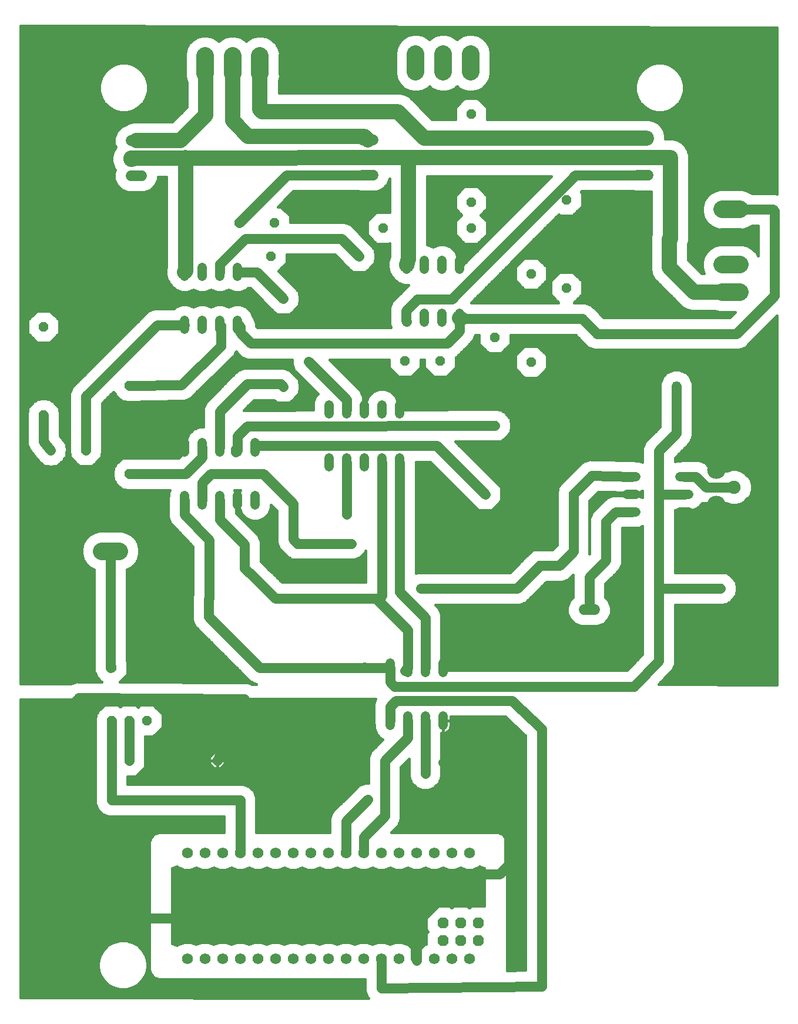
<source format=gbl>
G75*
%MOIN*%
%OFA0B0*%
%FSLAX25Y25*%
%IPPOS*%
%LPD*%
%AMOC8*
5,1,8,0,0,1.08239X$1,22.5*
%
%ADD10C,0.06200*%
%ADD11OC8,0.06200*%
%ADD12C,0.05200*%
%ADD13OC8,0.05200*%
%ADD14C,0.06000*%
%ADD15C,0.07500*%
%ADD16C,0.10500*%
%ADD17C,0.10039*%
%ADD18C,0.01600*%
%ADD19C,0.05600*%
%ADD20R,0.03962X0.03962*%
%ADD21C,0.08600*%
D10*
X0112615Y0030000D03*
X0122615Y0030000D03*
X0132615Y0030000D03*
X0142615Y0030000D03*
X0152615Y0030000D03*
X0162615Y0030000D03*
X0172615Y0030000D03*
X0182615Y0030000D03*
X0192615Y0030000D03*
X0202615Y0030000D03*
X0212615Y0030000D03*
X0222615Y0030000D03*
X0232615Y0030000D03*
X0242615Y0030000D03*
X0252615Y0030000D03*
X0262615Y0030000D03*
X0272615Y0030000D03*
X0272615Y0090000D03*
X0262615Y0090000D03*
X0252615Y0090000D03*
X0242615Y0090000D03*
X0232615Y0090000D03*
X0222615Y0090000D03*
X0212615Y0090000D03*
X0202615Y0090000D03*
X0192615Y0090000D03*
X0182615Y0090000D03*
X0172615Y0090000D03*
X0162615Y0090000D03*
X0152615Y0090000D03*
X0142615Y0090000D03*
X0132615Y0090000D03*
X0122615Y0090000D03*
X0112615Y0090000D03*
D11*
X0257615Y0050500D03*
X0257615Y0040500D03*
X0267615Y0040500D03*
X0267615Y0050500D03*
X0277615Y0050500D03*
X0277615Y0040500D03*
D12*
X0257615Y0162400D02*
X0257615Y0167600D01*
X0247615Y0167600D02*
X0247615Y0162400D01*
X0237615Y0162400D02*
X0237615Y0167600D01*
X0227615Y0167600D02*
X0227615Y0162400D01*
X0227615Y0192400D02*
X0227615Y0197600D01*
X0237615Y0197600D02*
X0237615Y0192400D01*
X0247615Y0192400D02*
X0247615Y0197600D01*
X0257615Y0197600D02*
X0257615Y0192400D01*
X0233115Y0308900D02*
X0233115Y0314100D01*
X0223115Y0314100D02*
X0223115Y0308900D01*
X0213115Y0308900D02*
X0213115Y0314100D01*
X0203115Y0314100D02*
X0203115Y0308900D01*
X0193115Y0308900D02*
X0193115Y0314100D01*
X0193115Y0338900D02*
X0193115Y0344100D01*
X0203115Y0344100D02*
X0203115Y0338900D01*
X0213115Y0338900D02*
X0213115Y0344100D01*
X0223115Y0344100D02*
X0223115Y0338900D01*
X0233115Y0338900D02*
X0233115Y0344100D01*
X0237115Y0390900D02*
X0237115Y0396100D01*
X0247115Y0396100D02*
X0247115Y0390900D01*
X0257115Y0390900D02*
X0257115Y0396100D01*
X0267115Y0396100D02*
X0267115Y0390900D01*
X0267115Y0420900D02*
X0267115Y0426100D01*
X0257115Y0426100D02*
X0257115Y0420900D01*
X0247115Y0420900D02*
X0247115Y0426100D01*
X0237115Y0426100D02*
X0237115Y0420900D01*
X0151115Y0322600D02*
X0151115Y0317400D01*
X0141115Y0317400D02*
X0141115Y0322600D01*
X0131115Y0322600D02*
X0131115Y0317400D01*
X0121115Y0317400D02*
X0121115Y0322600D01*
X0111115Y0322600D02*
X0111115Y0317400D01*
X0111115Y0292600D02*
X0111115Y0287400D01*
X0121115Y0287400D02*
X0121115Y0292600D01*
X0131115Y0292600D02*
X0131115Y0287400D01*
X0141115Y0287400D02*
X0141115Y0292600D01*
X0151115Y0292600D02*
X0151115Y0287400D01*
X0141115Y0386900D02*
X0141115Y0392100D01*
X0131115Y0392100D02*
X0131115Y0386900D01*
X0121115Y0386900D02*
X0121115Y0392100D01*
X0111115Y0392100D02*
X0111115Y0386900D01*
X0111115Y0416900D02*
X0111115Y0422100D01*
X0121115Y0422100D02*
X0121115Y0416900D01*
X0131115Y0416900D02*
X0131115Y0422100D01*
X0141115Y0422100D02*
X0141115Y0416900D01*
X0362015Y0303500D02*
X0367215Y0303500D01*
X0367215Y0293500D02*
X0362015Y0293500D01*
X0362015Y0283500D02*
X0367215Y0283500D01*
X0392015Y0283500D02*
X0397215Y0283500D01*
X0397215Y0293500D02*
X0392015Y0293500D01*
X0392015Y0303500D02*
X0397215Y0303500D01*
D13*
X0415115Y0240000D03*
X0415115Y0220000D03*
X0331615Y0274000D03*
X0331615Y0293500D03*
X0312615Y0253000D03*
X0292615Y0253000D03*
X0281615Y0274000D03*
X0281615Y0293500D03*
X0287115Y0332500D03*
X0307615Y0368500D03*
X0287115Y0382500D03*
X0256115Y0369000D03*
X0236115Y0369000D03*
X0210115Y0428500D03*
X0223615Y0444500D03*
X0273615Y0444500D03*
X0273615Y0459000D03*
X0307615Y0418500D03*
X0327615Y0410500D03*
X0366115Y0438000D03*
X0386115Y0438000D03*
X0327615Y0460500D03*
X0273615Y0509000D03*
X0167115Y0404500D03*
X0160115Y0428500D03*
X0162115Y0447500D03*
X0142115Y0447500D03*
X0167115Y0354500D03*
X0175115Y0265500D03*
X0175115Y0234500D03*
X0125115Y0234500D03*
X0125115Y0250500D03*
X0125115Y0265500D03*
X0105115Y0250500D03*
X0079615Y0305000D03*
X0055115Y0318500D03*
X0035115Y0318500D03*
X0031115Y0338500D03*
X0031115Y0388500D03*
X0079615Y0355000D03*
X0069615Y0195000D03*
X0089615Y0195000D03*
X0089615Y0165000D03*
X0079615Y0165000D03*
X0069615Y0165000D03*
X0079615Y0142500D03*
X0129615Y0142500D03*
D14*
X0287615Y0228000D02*
X0293615Y0228000D01*
X0317615Y0218000D02*
X0323615Y0218000D01*
X0337615Y0228000D02*
X0343615Y0228000D01*
X0368115Y0474500D02*
X0374115Y0474500D01*
X0374115Y0484500D02*
X0368115Y0484500D01*
X0368115Y0494500D02*
X0374115Y0494500D01*
X0218115Y0494500D02*
X0212115Y0494500D01*
X0212115Y0484500D02*
X0218115Y0484500D01*
X0218115Y0474500D02*
X0212115Y0474500D01*
X0086615Y0474000D02*
X0080615Y0474000D01*
X0080615Y0484000D02*
X0086615Y0484000D01*
X0086615Y0494000D02*
X0080615Y0494000D01*
D15*
X0422915Y0297400D03*
D16*
X0412876Y0287361D03*
X0412876Y0307439D03*
X0432954Y0307439D03*
X0432954Y0287361D03*
D17*
X0426135Y0408114D02*
X0416096Y0408114D01*
X0416096Y0423705D02*
X0426135Y0423705D01*
X0426135Y0439295D02*
X0416096Y0439295D01*
X0416096Y0454886D02*
X0426135Y0454886D01*
X0289001Y0532980D02*
X0289001Y0543020D01*
X0273411Y0543020D02*
X0273411Y0532980D01*
X0257820Y0532980D02*
X0257820Y0543020D01*
X0242230Y0543020D02*
X0242230Y0532980D01*
X0169501Y0531980D02*
X0169501Y0542020D01*
X0153911Y0542020D02*
X0153911Y0531980D01*
X0138320Y0531980D02*
X0138320Y0542020D01*
X0122730Y0542020D02*
X0122730Y0531980D01*
X0074135Y0276795D02*
X0064096Y0276795D01*
X0064096Y0261205D02*
X0074135Y0261205D01*
D18*
X0018015Y0177007D02*
X0018015Y0007893D01*
X0215419Y0007669D01*
X0214874Y0008203D01*
X0214853Y0008251D01*
X0214816Y0008289D01*
X0214135Y0009933D01*
X0213436Y0011569D01*
X0213435Y0011621D01*
X0213415Y0011670D01*
X0213415Y0013450D01*
X0213396Y0015229D01*
X0213415Y0015277D01*
X0213415Y0018350D01*
X0096293Y0018350D01*
X0093848Y0019362D01*
X0091978Y0021233D01*
X0090965Y0023677D01*
X0090965Y0096323D01*
X0091978Y0098767D01*
X0093848Y0100638D01*
X0096293Y0101650D01*
X0133415Y0101650D01*
X0133415Y0110800D01*
X0067785Y0110800D01*
X0064404Y0112201D01*
X0061816Y0114789D01*
X0060415Y0118170D01*
X0060415Y0166830D01*
X0060615Y0167313D01*
X0060615Y0168728D01*
X0061616Y0169729D01*
X0061816Y0170211D01*
X0064404Y0172799D01*
X0064887Y0172999D01*
X0065887Y0174000D01*
X0067303Y0174000D01*
X0067785Y0174200D01*
X0071445Y0174200D01*
X0071928Y0174000D01*
X0073343Y0174000D01*
X0074344Y0172999D01*
X0074615Y0172887D01*
X0074887Y0172999D01*
X0075887Y0174000D01*
X0077303Y0174000D01*
X0077785Y0174200D01*
X0081445Y0174200D01*
X0081928Y0174000D01*
X0083343Y0174000D01*
X0084344Y0172999D01*
X0084728Y0172840D01*
X0085887Y0174000D01*
X0093343Y0174000D01*
X0098615Y0168728D01*
X0098615Y0161272D01*
X0093343Y0156000D01*
X0088815Y0156000D01*
X0088815Y0140670D01*
X0088615Y0140187D01*
X0088615Y0138772D01*
X0087615Y0137771D01*
X0087415Y0137289D01*
X0084827Y0134701D01*
X0084344Y0134501D01*
X0083343Y0133500D01*
X0081928Y0133500D01*
X0081445Y0133300D01*
X0078815Y0133300D01*
X0078815Y0129200D01*
X0144445Y0129200D01*
X0147827Y0127799D01*
X0150415Y0125211D01*
X0151815Y0121830D01*
X0151815Y0101650D01*
X0193415Y0101650D01*
X0193415Y0109830D01*
X0194816Y0113211D01*
X0207707Y0126102D01*
X0207709Y0126106D01*
X0209509Y0127907D01*
X0209513Y0127908D01*
X0209904Y0128299D01*
X0213285Y0129700D01*
X0215415Y0129700D01*
X0215415Y0144330D01*
X0216816Y0147711D01*
X0223477Y0154373D01*
X0222517Y0154770D01*
X0219986Y0157302D01*
X0218615Y0160610D01*
X0218615Y0162687D01*
X0218415Y0163170D01*
X0218415Y0174830D01*
X0219411Y0177235D01*
X0018015Y0177007D01*
X0018015Y0175738D02*
X0218791Y0175738D01*
X0218415Y0174139D02*
X0081592Y0174139D01*
X0077639Y0174139D02*
X0071592Y0174139D01*
X0067639Y0174139D02*
X0018015Y0174139D01*
X0018015Y0172541D02*
X0064145Y0172541D01*
X0062547Y0170942D02*
X0018015Y0170942D01*
X0018015Y0169344D02*
X0061231Y0169344D01*
X0060615Y0167745D02*
X0018015Y0167745D01*
X0018015Y0166147D02*
X0060415Y0166147D01*
X0060415Y0164548D02*
X0018015Y0164548D01*
X0018015Y0162950D02*
X0060415Y0162950D01*
X0060415Y0161351D02*
X0018015Y0161351D01*
X0018015Y0159753D02*
X0060415Y0159753D01*
X0060415Y0158154D02*
X0018015Y0158154D01*
X0018015Y0156556D02*
X0060415Y0156556D01*
X0060415Y0154957D02*
X0018015Y0154957D01*
X0018015Y0153359D02*
X0060415Y0153359D01*
X0060415Y0151760D02*
X0018015Y0151760D01*
X0018015Y0150162D02*
X0060415Y0150162D01*
X0060415Y0148563D02*
X0018015Y0148563D01*
X0018015Y0146965D02*
X0060415Y0146965D01*
X0060415Y0145366D02*
X0018015Y0145366D01*
X0018015Y0143768D02*
X0060415Y0143768D01*
X0060415Y0142169D02*
X0018015Y0142169D01*
X0018015Y0140570D02*
X0060415Y0140570D01*
X0060415Y0138972D02*
X0018015Y0138972D01*
X0018015Y0137373D02*
X0060415Y0137373D01*
X0060415Y0135775D02*
X0018015Y0135775D01*
X0018015Y0134176D02*
X0060415Y0134176D01*
X0060415Y0132578D02*
X0018015Y0132578D01*
X0018015Y0130979D02*
X0060415Y0130979D01*
X0060415Y0129381D02*
X0018015Y0129381D01*
X0018015Y0127782D02*
X0060415Y0127782D01*
X0060415Y0126184D02*
X0018015Y0126184D01*
X0018015Y0124585D02*
X0060415Y0124585D01*
X0060415Y0122987D02*
X0018015Y0122987D01*
X0018015Y0121388D02*
X0060415Y0121388D01*
X0060415Y0119790D02*
X0018015Y0119790D01*
X0018015Y0118191D02*
X0060415Y0118191D01*
X0061069Y0116593D02*
X0018015Y0116593D01*
X0018015Y0114994D02*
X0061731Y0114994D01*
X0063209Y0113396D02*
X0018015Y0113396D01*
X0018015Y0111797D02*
X0065378Y0111797D01*
X0078815Y0129381D02*
X0212515Y0129381D01*
X0215415Y0130979D02*
X0078815Y0130979D01*
X0078815Y0132578D02*
X0215415Y0132578D01*
X0215415Y0134176D02*
X0084020Y0134176D01*
X0085901Y0135775D02*
X0215415Y0135775D01*
X0215415Y0137373D02*
X0087450Y0137373D01*
X0088615Y0138972D02*
X0126921Y0138972D01*
X0127793Y0138100D02*
X0129615Y0138100D01*
X0129615Y0142500D01*
X0125215Y0142500D01*
X0129615Y0142500D01*
X0129615Y0142500D01*
X0129615Y0142500D01*
X0129615Y0146900D01*
X0127793Y0146900D01*
X0125215Y0144323D01*
X0125215Y0142500D01*
X0125215Y0140677D01*
X0127793Y0138100D01*
X0129615Y0138100D02*
X0129615Y0142500D01*
X0129615Y0142500D01*
X0129615Y0146900D01*
X0131438Y0146900D01*
X0134015Y0144323D01*
X0134015Y0142500D01*
X0129615Y0142500D01*
X0129615Y0142500D01*
X0134015Y0142500D01*
X0134015Y0140677D01*
X0131438Y0138100D01*
X0129615Y0138100D01*
X0129615Y0138972D02*
X0129615Y0138972D01*
X0129615Y0140570D02*
X0129615Y0140570D01*
X0129615Y0142169D02*
X0129615Y0142169D01*
X0129615Y0143768D02*
X0129615Y0143768D01*
X0129615Y0145366D02*
X0129615Y0145366D01*
X0126259Y0145366D02*
X0088815Y0145366D01*
X0088815Y0143768D02*
X0125215Y0143768D01*
X0125215Y0142169D02*
X0088815Y0142169D01*
X0088774Y0140570D02*
X0125322Y0140570D01*
X0132310Y0138972D02*
X0215415Y0138972D01*
X0215415Y0140570D02*
X0133908Y0140570D01*
X0134015Y0142169D02*
X0215415Y0142169D01*
X0215415Y0143768D02*
X0134015Y0143768D01*
X0132972Y0145366D02*
X0215845Y0145366D01*
X0216507Y0146965D02*
X0088815Y0146965D01*
X0088815Y0148563D02*
X0217668Y0148563D01*
X0219266Y0150162D02*
X0088815Y0150162D01*
X0088815Y0151760D02*
X0220865Y0151760D01*
X0222463Y0153359D02*
X0088815Y0153359D01*
X0088815Y0154957D02*
X0222330Y0154957D01*
X0220732Y0156556D02*
X0093899Y0156556D01*
X0095497Y0158154D02*
X0219633Y0158154D01*
X0218970Y0159753D02*
X0097096Y0159753D01*
X0098615Y0161351D02*
X0218615Y0161351D01*
X0218507Y0162950D02*
X0098615Y0162950D01*
X0098615Y0164548D02*
X0218415Y0164548D01*
X0218415Y0166147D02*
X0098615Y0166147D01*
X0098615Y0167745D02*
X0218415Y0167745D01*
X0218415Y0169344D02*
X0098000Y0169344D01*
X0096401Y0170942D02*
X0218415Y0170942D01*
X0218415Y0172541D02*
X0094803Y0172541D01*
X0102402Y0186927D02*
X0149064Y0186927D01*
X0148404Y0187201D02*
X0151685Y0185842D01*
X0149010Y0185845D01*
X0148658Y0185991D01*
X0146994Y0186690D01*
X0146969Y0186690D01*
X0146945Y0186700D01*
X0145139Y0186700D01*
X0074419Y0187076D01*
X0078615Y0191272D01*
X0078615Y0198728D01*
X0078315Y0199028D01*
X0078315Y0250502D01*
X0078543Y0250563D01*
X0081147Y0252067D01*
X0083273Y0254193D01*
X0084776Y0256797D01*
X0085555Y0259701D01*
X0085555Y0262708D01*
X0084776Y0265613D01*
X0083273Y0268217D01*
X0081147Y0270343D01*
X0078543Y0271846D01*
X0075638Y0272624D01*
X0062592Y0272624D01*
X0059688Y0271846D01*
X0057084Y0270343D01*
X0054958Y0268217D01*
X0053454Y0265613D01*
X0052676Y0262708D01*
X0052676Y0259701D01*
X0053454Y0256797D01*
X0054958Y0254193D01*
X0057084Y0252067D01*
X0059688Y0250563D01*
X0059915Y0250502D01*
X0059915Y0193170D01*
X0060615Y0191480D01*
X0060615Y0191272D01*
X0060762Y0191125D01*
X0061316Y0189789D01*
X0063904Y0187201D01*
X0064072Y0187131D01*
X0052969Y0187190D01*
X0052945Y0187200D01*
X0051141Y0187200D01*
X0049334Y0187210D01*
X0049311Y0187200D01*
X0049285Y0187200D01*
X0047617Y0186509D01*
X0046273Y0185961D01*
X0018015Y0185993D01*
X0018015Y0559086D01*
X0447215Y0558114D01*
X0447215Y0463814D01*
X0446560Y0464086D01*
X0433040Y0464086D01*
X0430543Y0465527D01*
X0427638Y0466305D01*
X0414592Y0466305D01*
X0411688Y0465527D01*
X0409084Y0464024D01*
X0406958Y0461898D01*
X0405454Y0459294D01*
X0404676Y0456389D01*
X0404676Y0453382D01*
X0405454Y0450478D01*
X0406958Y0447874D01*
X0409084Y0445748D01*
X0411688Y0444244D01*
X0414592Y0443466D01*
X0427638Y0443466D01*
X0430543Y0444244D01*
X0433040Y0445686D01*
X0436415Y0445686D01*
X0436415Y0428738D01*
X0435273Y0430717D01*
X0433147Y0432843D01*
X0430543Y0434346D01*
X0427638Y0435124D01*
X0414592Y0435124D01*
X0411688Y0434346D01*
X0409084Y0432843D01*
X0406958Y0430717D01*
X0405454Y0428113D01*
X0404676Y0425208D01*
X0404676Y0422201D01*
X0405454Y0419297D01*
X0405733Y0418814D01*
X0404433Y0418814D01*
X0396815Y0426432D01*
X0396815Y0435225D01*
X0397315Y0437091D01*
X0397315Y0485909D01*
X0396586Y0488630D01*
X0395177Y0491070D01*
X0393185Y0493062D01*
X0390745Y0494471D01*
X0388024Y0495200D01*
X0383815Y0495200D01*
X0383815Y0496909D01*
X0383086Y0499630D01*
X0381677Y0502070D01*
X0379685Y0504062D01*
X0377245Y0505471D01*
X0374524Y0506200D01*
X0282615Y0506200D01*
X0282615Y0512728D01*
X0277343Y0518000D01*
X0269887Y0518000D01*
X0264615Y0512728D01*
X0264615Y0506200D01*
X0251547Y0506200D01*
X0238685Y0519062D01*
X0236245Y0520471D01*
X0233524Y0521200D01*
X0164611Y0521200D01*
X0164611Y0527791D01*
X0165330Y0530477D01*
X0165330Y0543523D01*
X0164552Y0546428D01*
X0163049Y0549032D01*
X0160922Y0551158D01*
X0158318Y0552661D01*
X0155414Y0553439D01*
X0152407Y0553439D01*
X0149503Y0552661D01*
X0146899Y0551158D01*
X0146115Y0550374D01*
X0145332Y0551158D01*
X0142728Y0552661D01*
X0139824Y0553439D01*
X0136817Y0553439D01*
X0133912Y0552661D01*
X0131308Y0551158D01*
X0130525Y0550374D01*
X0129741Y0551158D01*
X0127137Y0552661D01*
X0124233Y0553439D01*
X0121226Y0553439D01*
X0118322Y0552661D01*
X0115718Y0551158D01*
X0113591Y0549032D01*
X0112088Y0546428D01*
X0111310Y0543523D01*
X0111310Y0530477D01*
X0112088Y0527572D01*
X0112415Y0527006D01*
X0112415Y0512932D01*
X0104183Y0504700D01*
X0082207Y0504700D01*
X0079485Y0503971D01*
X0077865Y0503035D01*
X0075291Y0501969D01*
X0072646Y0499325D01*
X0071215Y0495870D01*
X0071215Y0492130D01*
X0071942Y0490377D01*
X0070645Y0488130D01*
X0069915Y0485409D01*
X0069915Y0484017D01*
X0069829Y0483130D01*
X0069915Y0482614D01*
X0069915Y0482182D01*
X0070106Y0481470D01*
X0070293Y0480351D01*
X0070568Y0479745D01*
X0070645Y0479460D01*
X0070896Y0479025D01*
X0071459Y0477787D01*
X0071825Y0477342D01*
X0071215Y0475870D01*
X0071215Y0472130D01*
X0072646Y0468675D01*
X0075291Y0466031D01*
X0078746Y0464600D01*
X0088485Y0464600D01*
X0091940Y0466031D01*
X0094584Y0468675D01*
X0096015Y0472130D01*
X0096015Y0473300D01*
X0100915Y0473300D01*
X0100915Y0422775D01*
X0100415Y0420909D01*
X0100415Y0418091D01*
X0101145Y0415370D01*
X0102553Y0412930D01*
X0103347Y0412136D01*
X0103486Y0411802D01*
X0106017Y0409270D01*
X0109325Y0407900D01*
X0112906Y0407900D01*
X0116115Y0409230D01*
X0119325Y0407900D01*
X0122906Y0407900D01*
X0126115Y0409230D01*
X0129325Y0407900D01*
X0132906Y0407900D01*
X0136115Y0409230D01*
X0139325Y0407900D01*
X0142906Y0407900D01*
X0146213Y0409270D01*
X0147243Y0410300D01*
X0148305Y0410300D01*
X0161904Y0396701D01*
X0162387Y0396501D01*
X0163387Y0395500D01*
X0164803Y0395500D01*
X0165285Y0395300D01*
X0168945Y0395300D01*
X0169428Y0395500D01*
X0170843Y0395500D01*
X0171844Y0396501D01*
X0172327Y0396701D01*
X0174915Y0399289D01*
X0175115Y0399771D01*
X0176115Y0400772D01*
X0176115Y0402187D01*
X0176315Y0402670D01*
X0176315Y0406330D01*
X0176115Y0406813D01*
X0176115Y0408228D01*
X0175115Y0409229D01*
X0174915Y0409711D01*
X0164485Y0420141D01*
X0169115Y0424772D01*
X0169115Y0429300D01*
X0196305Y0429300D01*
X0204904Y0420701D01*
X0205387Y0420501D01*
X0206387Y0419500D01*
X0207803Y0419500D01*
X0208285Y0419300D01*
X0211945Y0419300D01*
X0212428Y0419500D01*
X0213843Y0419500D01*
X0214844Y0420501D01*
X0215327Y0420701D01*
X0217915Y0423289D01*
X0218115Y0423771D01*
X0219115Y0424772D01*
X0219115Y0426187D01*
X0219315Y0426670D01*
X0219315Y0430330D01*
X0219115Y0430813D01*
X0219115Y0432228D01*
X0218115Y0433229D01*
X0217915Y0433711D01*
X0205327Y0446299D01*
X0201945Y0447700D01*
X0171115Y0447700D01*
X0171115Y0451228D01*
X0165843Y0456500D01*
X0164126Y0456500D01*
X0172926Y0465300D01*
X0209763Y0465300D01*
X0210246Y0465100D01*
X0219985Y0465100D01*
X0223440Y0466531D01*
X0226084Y0469175D01*
X0227415Y0472389D01*
X0227415Y0453428D01*
X0227343Y0453500D01*
X0219887Y0453500D01*
X0214615Y0448228D01*
X0214615Y0440772D01*
X0219887Y0435500D01*
X0227343Y0435500D01*
X0227415Y0435572D01*
X0227415Y0428499D01*
X0226440Y0425085D01*
X0226394Y0422268D01*
X0227078Y0419535D01*
X0228446Y0417072D01*
X0229344Y0416144D01*
X0229486Y0415802D01*
X0232017Y0413270D01*
X0235325Y0411900D01*
X0238147Y0411900D01*
X0237904Y0411799D01*
X0231404Y0405299D01*
X0228816Y0402711D01*
X0227415Y0399330D01*
X0227415Y0390170D01*
X0228231Y0388200D01*
X0152426Y0388200D01*
X0151815Y0388811D01*
X0151815Y0390330D01*
X0150415Y0393711D01*
X0150030Y0394096D01*
X0148745Y0397198D01*
X0146213Y0399730D01*
X0142906Y0401100D01*
X0139325Y0401100D01*
X0136115Y0399770D01*
X0132906Y0401100D01*
X0129325Y0401100D01*
X0126115Y0399770D01*
X0122906Y0401100D01*
X0119325Y0401100D01*
X0116115Y0399770D01*
X0112906Y0401100D01*
X0109325Y0401100D01*
X0106017Y0399730D01*
X0104987Y0398700D01*
X0093785Y0398700D01*
X0090404Y0397299D01*
X0049904Y0356799D01*
X0047316Y0354211D01*
X0045915Y0350830D01*
X0045915Y0316670D01*
X0046115Y0316187D01*
X0046115Y0314772D01*
X0047116Y0313771D01*
X0047316Y0313289D01*
X0049904Y0310701D01*
X0050387Y0310501D01*
X0051387Y0309500D01*
X0052802Y0309500D01*
X0053285Y0309300D01*
X0056945Y0309300D01*
X0057428Y0309500D01*
X0058843Y0309500D01*
X0059844Y0310501D01*
X0060327Y0310701D01*
X0062915Y0313289D01*
X0063115Y0313771D01*
X0064115Y0314772D01*
X0064115Y0316187D01*
X0064315Y0316670D01*
X0064315Y0345189D01*
X0070615Y0351489D01*
X0070615Y0351272D01*
X0071656Y0350231D01*
X0071905Y0349657D01*
X0074537Y0347113D01*
X0074928Y0346959D01*
X0075887Y0346000D01*
X0077359Y0346000D01*
X0077942Y0345770D01*
X0109142Y0346299D01*
X0110842Y0346280D01*
X0110967Y0346330D01*
X0111101Y0346332D01*
X0112661Y0347010D01*
X0114239Y0347643D01*
X0114335Y0347737D01*
X0114458Y0347790D01*
X0115640Y0349013D01*
X0136777Y0369680D01*
X0136827Y0369701D01*
X0138084Y0370958D01*
X0139356Y0372201D01*
X0139377Y0372251D01*
X0139415Y0372289D01*
X0140095Y0373931D01*
X0140268Y0374336D01*
X0140816Y0373789D01*
X0143404Y0371201D01*
X0146785Y0369800D01*
X0172165Y0369800D01*
X0172165Y0366920D01*
X0173566Y0363539D01*
X0173957Y0363148D01*
X0173959Y0363144D01*
X0175759Y0361343D01*
X0175763Y0361342D01*
X0186696Y0350409D01*
X0185486Y0349198D01*
X0184115Y0345890D01*
X0184115Y0341281D01*
X0164097Y0341200D01*
X0144826Y0341200D01*
X0150426Y0346800D01*
X0161805Y0346800D01*
X0161904Y0346701D01*
X0162387Y0346501D01*
X0163387Y0345500D01*
X0164803Y0345500D01*
X0165285Y0345300D01*
X0168945Y0345300D01*
X0169428Y0345500D01*
X0170843Y0345500D01*
X0171844Y0346501D01*
X0172327Y0346701D01*
X0174915Y0349289D01*
X0175115Y0349771D01*
X0176115Y0350772D01*
X0176115Y0352187D01*
X0176315Y0352670D01*
X0176315Y0356330D01*
X0176115Y0356813D01*
X0176115Y0358228D01*
X0175115Y0359229D01*
X0174915Y0359711D01*
X0170827Y0363799D01*
X0167445Y0365200D01*
X0144785Y0365200D01*
X0141404Y0363799D01*
X0138816Y0361211D01*
X0123316Y0345711D01*
X0121915Y0342330D01*
X0121915Y0331600D01*
X0119325Y0331600D01*
X0116017Y0330230D01*
X0113486Y0327698D01*
X0112115Y0324390D01*
X0112115Y0322313D01*
X0111915Y0321830D01*
X0111915Y0318311D01*
X0107805Y0314200D01*
X0077785Y0314200D01*
X0077303Y0314000D01*
X0075887Y0314000D01*
X0074887Y0312999D01*
X0074404Y0312799D01*
X0071816Y0310211D01*
X0071616Y0309729D01*
X0070615Y0308728D01*
X0070615Y0307313D01*
X0070415Y0306830D01*
X0070415Y0303170D01*
X0070615Y0302687D01*
X0070615Y0301272D01*
X0071616Y0300271D01*
X0071816Y0299789D01*
X0074404Y0297201D01*
X0074887Y0297001D01*
X0075887Y0296000D01*
X0077303Y0296000D01*
X0077785Y0295800D01*
X0102699Y0295800D01*
X0102115Y0294390D01*
X0102115Y0292313D01*
X0101915Y0291830D01*
X0101915Y0282081D01*
X0101885Y0280332D01*
X0101915Y0280254D01*
X0101915Y0280170D01*
X0102585Y0278554D01*
X0103226Y0276926D01*
X0103284Y0276866D01*
X0103316Y0276789D01*
X0104553Y0275551D01*
X0115915Y0263783D01*
X0115915Y0237037D01*
X0115415Y0235830D01*
X0115415Y0222170D01*
X0116816Y0218789D01*
X0119404Y0216201D01*
X0148404Y0187201D01*
X0147079Y0188526D02*
X0075869Y0188526D01*
X0077468Y0190124D02*
X0145480Y0190124D01*
X0143882Y0191723D02*
X0078615Y0191723D01*
X0078615Y0193321D02*
X0142283Y0193321D01*
X0140685Y0194920D02*
X0078615Y0194920D01*
X0078615Y0196518D02*
X0139086Y0196518D01*
X0137488Y0198117D02*
X0078615Y0198117D01*
X0078315Y0199715D02*
X0135889Y0199715D01*
X0134291Y0201314D02*
X0078315Y0201314D01*
X0078315Y0202912D02*
X0132692Y0202912D01*
X0131094Y0204511D02*
X0078315Y0204511D01*
X0078315Y0206109D02*
X0129495Y0206109D01*
X0127897Y0207708D02*
X0078315Y0207708D01*
X0078315Y0209306D02*
X0126298Y0209306D01*
X0124700Y0210905D02*
X0078315Y0210905D01*
X0078315Y0212503D02*
X0123101Y0212503D01*
X0121503Y0214102D02*
X0078315Y0214102D01*
X0078315Y0215701D02*
X0119904Y0215701D01*
X0118306Y0217299D02*
X0078315Y0217299D01*
X0078315Y0218898D02*
X0116771Y0218898D01*
X0116109Y0220496D02*
X0078315Y0220496D01*
X0078315Y0222095D02*
X0115447Y0222095D01*
X0115415Y0223693D02*
X0078315Y0223693D01*
X0078315Y0225292D02*
X0115415Y0225292D01*
X0115415Y0226890D02*
X0078315Y0226890D01*
X0078315Y0228489D02*
X0115415Y0228489D01*
X0115415Y0230087D02*
X0078315Y0230087D01*
X0078315Y0231686D02*
X0115415Y0231686D01*
X0115415Y0233284D02*
X0078315Y0233284D01*
X0078315Y0234883D02*
X0115415Y0234883D01*
X0115685Y0236481D02*
X0078315Y0236481D01*
X0078315Y0238080D02*
X0115915Y0238080D01*
X0115915Y0239678D02*
X0078315Y0239678D01*
X0078315Y0241277D02*
X0115915Y0241277D01*
X0115915Y0242875D02*
X0078315Y0242875D01*
X0078315Y0244474D02*
X0115915Y0244474D01*
X0115915Y0246072D02*
X0078315Y0246072D01*
X0078315Y0247671D02*
X0115915Y0247671D01*
X0115915Y0249269D02*
X0078315Y0249269D01*
X0079070Y0250868D02*
X0115915Y0250868D01*
X0115915Y0252466D02*
X0081546Y0252466D01*
X0083145Y0254065D02*
X0115915Y0254065D01*
X0115915Y0255663D02*
X0084122Y0255663D01*
X0084901Y0257262D02*
X0115915Y0257262D01*
X0115915Y0258860D02*
X0085329Y0258860D01*
X0085555Y0260459D02*
X0115915Y0260459D01*
X0115915Y0262057D02*
X0085555Y0262057D01*
X0085301Y0263656D02*
X0115915Y0263656D01*
X0114495Y0265254D02*
X0084872Y0265254D01*
X0084060Y0266853D02*
X0112952Y0266853D01*
X0111408Y0268451D02*
X0083038Y0268451D01*
X0081440Y0270050D02*
X0109865Y0270050D01*
X0108322Y0271648D02*
X0078885Y0271648D01*
X0059345Y0271648D02*
X0018015Y0271648D01*
X0018015Y0270050D02*
X0056791Y0270050D01*
X0055192Y0268451D02*
X0018015Y0268451D01*
X0018015Y0266853D02*
X0054170Y0266853D01*
X0053358Y0265254D02*
X0018015Y0265254D01*
X0018015Y0263656D02*
X0052930Y0263656D01*
X0052676Y0262057D02*
X0018015Y0262057D01*
X0018015Y0260459D02*
X0052676Y0260459D01*
X0052901Y0258860D02*
X0018015Y0258860D01*
X0018015Y0257262D02*
X0053330Y0257262D01*
X0054109Y0255663D02*
X0018015Y0255663D01*
X0018015Y0254065D02*
X0055086Y0254065D01*
X0056684Y0252466D02*
X0018015Y0252466D01*
X0018015Y0250868D02*
X0059160Y0250868D01*
X0059915Y0249269D02*
X0018015Y0249269D01*
X0018015Y0247671D02*
X0059915Y0247671D01*
X0059915Y0246072D02*
X0018015Y0246072D01*
X0018015Y0244474D02*
X0059915Y0244474D01*
X0059915Y0242875D02*
X0018015Y0242875D01*
X0018015Y0241277D02*
X0059915Y0241277D01*
X0059915Y0239678D02*
X0018015Y0239678D01*
X0018015Y0238080D02*
X0059915Y0238080D01*
X0059915Y0236481D02*
X0018015Y0236481D01*
X0018015Y0234883D02*
X0059915Y0234883D01*
X0059915Y0233284D02*
X0018015Y0233284D01*
X0018015Y0231686D02*
X0059915Y0231686D01*
X0059915Y0230087D02*
X0018015Y0230087D01*
X0018015Y0228489D02*
X0059915Y0228489D01*
X0059915Y0226890D02*
X0018015Y0226890D01*
X0018015Y0225292D02*
X0059915Y0225292D01*
X0059915Y0223693D02*
X0018015Y0223693D01*
X0018015Y0222095D02*
X0059915Y0222095D01*
X0059915Y0220496D02*
X0018015Y0220496D01*
X0018015Y0218898D02*
X0059915Y0218898D01*
X0059915Y0217299D02*
X0018015Y0217299D01*
X0018015Y0215701D02*
X0059915Y0215701D01*
X0059915Y0214102D02*
X0018015Y0214102D01*
X0018015Y0212503D02*
X0059915Y0212503D01*
X0059915Y0210905D02*
X0018015Y0210905D01*
X0018015Y0209306D02*
X0059915Y0209306D01*
X0059915Y0207708D02*
X0018015Y0207708D01*
X0018015Y0206109D02*
X0059915Y0206109D01*
X0059915Y0204511D02*
X0018015Y0204511D01*
X0018015Y0202912D02*
X0059915Y0202912D01*
X0059915Y0201314D02*
X0018015Y0201314D01*
X0018015Y0199715D02*
X0059915Y0199715D01*
X0059915Y0198117D02*
X0018015Y0198117D01*
X0018015Y0196518D02*
X0059915Y0196518D01*
X0059915Y0194920D02*
X0018015Y0194920D01*
X0018015Y0193321D02*
X0059915Y0193321D01*
X0060515Y0191723D02*
X0018015Y0191723D01*
X0018015Y0190124D02*
X0061177Y0190124D01*
X0062579Y0188526D02*
X0018015Y0188526D01*
X0018015Y0186927D02*
X0048627Y0186927D01*
X0018015Y0110199D02*
X0133415Y0110199D01*
X0133415Y0108600D02*
X0018015Y0108600D01*
X0018015Y0107002D02*
X0133415Y0107002D01*
X0133415Y0105403D02*
X0018015Y0105403D01*
X0018015Y0103805D02*
X0133415Y0103805D01*
X0133415Y0102206D02*
X0018015Y0102206D01*
X0018015Y0100608D02*
X0093819Y0100608D01*
X0092220Y0099009D02*
X0018015Y0099009D01*
X0018015Y0097411D02*
X0091416Y0097411D01*
X0090965Y0095812D02*
X0018015Y0095812D01*
X0018015Y0094214D02*
X0090965Y0094214D01*
X0090965Y0092615D02*
X0018015Y0092615D01*
X0018015Y0091017D02*
X0090965Y0091017D01*
X0090965Y0089418D02*
X0018015Y0089418D01*
X0018015Y0087820D02*
X0090965Y0087820D01*
X0090965Y0086221D02*
X0018015Y0086221D01*
X0018015Y0084623D02*
X0090965Y0084623D01*
X0090965Y0083024D02*
X0018015Y0083024D01*
X0018015Y0081426D02*
X0090965Y0081426D01*
X0090965Y0079827D02*
X0018015Y0079827D01*
X0018015Y0078229D02*
X0090965Y0078229D01*
X0090965Y0076630D02*
X0018015Y0076630D01*
X0018015Y0075032D02*
X0090965Y0075032D01*
X0090965Y0073433D02*
X0018015Y0073433D01*
X0018015Y0071834D02*
X0090965Y0071834D01*
X0090965Y0070236D02*
X0018015Y0070236D01*
X0018015Y0068637D02*
X0090965Y0068637D01*
X0090965Y0067039D02*
X0018015Y0067039D01*
X0018015Y0065440D02*
X0090965Y0065440D01*
X0090965Y0063842D02*
X0018015Y0063842D01*
X0018015Y0062243D02*
X0090965Y0062243D01*
X0090965Y0060645D02*
X0018015Y0060645D01*
X0018015Y0059046D02*
X0090965Y0059046D01*
X0090965Y0057448D02*
X0018015Y0057448D01*
X0018015Y0055849D02*
X0090965Y0055849D01*
X0090965Y0054251D02*
X0018015Y0054251D01*
X0018015Y0052652D02*
X0090965Y0052652D01*
X0090965Y0051054D02*
X0018015Y0051054D01*
X0018015Y0049455D02*
X0090965Y0049455D01*
X0090965Y0047857D02*
X0018015Y0047857D01*
X0018015Y0046258D02*
X0090965Y0046258D01*
X0090965Y0044660D02*
X0018015Y0044660D01*
X0018015Y0043061D02*
X0090965Y0043061D01*
X0090965Y0041463D02*
X0018015Y0041463D01*
X0018015Y0039864D02*
X0072383Y0039864D01*
X0070760Y0039429D02*
X0067596Y0037603D01*
X0065013Y0035019D01*
X0063186Y0031856D01*
X0062240Y0028327D01*
X0062240Y0024673D01*
X0063186Y0021144D01*
X0065013Y0017981D01*
X0067596Y0015397D01*
X0070760Y0013571D01*
X0074289Y0012625D01*
X0077942Y0012625D01*
X0081471Y0013571D01*
X0084635Y0015397D01*
X0087218Y0017981D01*
X0089045Y0021144D01*
X0089990Y0024673D01*
X0089990Y0028327D01*
X0089045Y0031856D01*
X0087218Y0035019D01*
X0084635Y0037603D01*
X0081471Y0039429D01*
X0077942Y0040375D01*
X0074289Y0040375D01*
X0070760Y0039429D01*
X0068744Y0038266D02*
X0018015Y0038266D01*
X0018015Y0036667D02*
X0066660Y0036667D01*
X0065062Y0035069D02*
X0018015Y0035069D01*
X0018015Y0033470D02*
X0064118Y0033470D01*
X0063195Y0031872D02*
X0018015Y0031872D01*
X0018015Y0030273D02*
X0062762Y0030273D01*
X0062334Y0028675D02*
X0018015Y0028675D01*
X0018015Y0027076D02*
X0062240Y0027076D01*
X0062240Y0025478D02*
X0018015Y0025478D01*
X0018015Y0023879D02*
X0062453Y0023879D01*
X0062881Y0022281D02*
X0018015Y0022281D01*
X0018015Y0020682D02*
X0063453Y0020682D01*
X0064376Y0019084D02*
X0018015Y0019084D01*
X0018015Y0017485D02*
X0065508Y0017485D01*
X0067107Y0015887D02*
X0018015Y0015887D01*
X0018015Y0014288D02*
X0069517Y0014288D01*
X0074048Y0012690D02*
X0018015Y0012690D01*
X0018015Y0011091D02*
X0213640Y0011091D01*
X0213415Y0012690D02*
X0078183Y0012690D01*
X0082714Y0014288D02*
X0213406Y0014288D01*
X0213415Y0015887D02*
X0085124Y0015887D01*
X0086723Y0017485D02*
X0213415Y0017485D01*
X0214317Y0009493D02*
X0018015Y0009493D01*
X0018015Y0007894D02*
X0215190Y0007894D01*
X0217615Y0038212D02*
X0214505Y0039500D01*
X0210726Y0039500D01*
X0207615Y0038212D01*
X0204505Y0039500D01*
X0200726Y0039500D01*
X0197615Y0038212D01*
X0194505Y0039500D01*
X0190726Y0039500D01*
X0187615Y0038212D01*
X0184505Y0039500D01*
X0180726Y0039500D01*
X0177615Y0038212D01*
X0174505Y0039500D01*
X0170726Y0039500D01*
X0167615Y0038212D01*
X0164505Y0039500D01*
X0160726Y0039500D01*
X0157615Y0038212D01*
X0154505Y0039500D01*
X0150726Y0039500D01*
X0147615Y0038212D01*
X0144505Y0039500D01*
X0140726Y0039500D01*
X0137615Y0038212D01*
X0134505Y0039500D01*
X0130726Y0039500D01*
X0127615Y0038212D01*
X0124505Y0039500D01*
X0120726Y0039500D01*
X0117615Y0038212D01*
X0114505Y0039500D01*
X0110726Y0039500D01*
X0107234Y0038054D01*
X0106893Y0037712D01*
X0104358Y0038762D01*
X0104265Y0038762D01*
X0104265Y0081238D01*
X0104358Y0081238D01*
X0106893Y0082288D01*
X0107234Y0081946D01*
X0110726Y0080500D01*
X0114505Y0080500D01*
X0117615Y0081788D01*
X0120726Y0080500D01*
X0124505Y0080500D01*
X0127615Y0081788D01*
X0130726Y0080500D01*
X0134505Y0080500D01*
X0137615Y0081788D01*
X0140726Y0080500D01*
X0144505Y0080500D01*
X0147615Y0081788D01*
X0150726Y0080500D01*
X0154505Y0080500D01*
X0157615Y0081788D01*
X0160726Y0080500D01*
X0164505Y0080500D01*
X0167615Y0081788D01*
X0170726Y0080500D01*
X0174505Y0080500D01*
X0177615Y0081788D01*
X0180726Y0080500D01*
X0184505Y0080500D01*
X0187615Y0081788D01*
X0190726Y0080500D01*
X0194505Y0080500D01*
X0197615Y0081788D01*
X0200726Y0080500D01*
X0204505Y0080500D01*
X0207615Y0081788D01*
X0210726Y0080500D01*
X0214505Y0080500D01*
X0217615Y0081788D01*
X0220726Y0080500D01*
X0224505Y0080500D01*
X0227615Y0081788D01*
X0230726Y0080500D01*
X0234505Y0080500D01*
X0237615Y0081788D01*
X0240726Y0080500D01*
X0244505Y0080500D01*
X0247615Y0081788D01*
X0250726Y0080500D01*
X0254505Y0080500D01*
X0257615Y0081788D01*
X0260726Y0080500D01*
X0264505Y0080500D01*
X0267615Y0081788D01*
X0270726Y0080500D01*
X0274505Y0080500D01*
X0277997Y0081946D01*
X0278338Y0082288D01*
X0280872Y0081238D01*
X0280965Y0081238D01*
X0280965Y0060000D01*
X0273680Y0060000D01*
X0272615Y0058935D01*
X0271550Y0060000D01*
X0263680Y0060000D01*
X0262615Y0058935D01*
X0261550Y0060000D01*
X0253680Y0060000D01*
X0248115Y0054435D01*
X0248115Y0046565D01*
X0249180Y0045500D01*
X0248115Y0044435D01*
X0248115Y0038419D01*
X0247234Y0038054D01*
X0244562Y0035381D01*
X0244247Y0034622D01*
X0243763Y0034779D01*
X0243001Y0034900D01*
X0242815Y0034900D01*
X0242815Y0031650D01*
X0242415Y0031650D01*
X0242415Y0034900D01*
X0242230Y0034900D01*
X0241468Y0034779D01*
X0240984Y0034622D01*
X0240669Y0035381D01*
X0237997Y0038054D01*
X0234505Y0039500D01*
X0230726Y0039500D01*
X0227615Y0038212D01*
X0224505Y0039500D01*
X0220726Y0039500D01*
X0217615Y0038212D01*
X0217485Y0038266D02*
X0217746Y0038266D01*
X0227485Y0038266D02*
X0227746Y0038266D01*
X0237485Y0038266D02*
X0247746Y0038266D01*
X0248115Y0039864D02*
X0104265Y0039864D01*
X0104265Y0041463D02*
X0248115Y0041463D01*
X0248115Y0043061D02*
X0104265Y0043061D01*
X0104265Y0044660D02*
X0248340Y0044660D01*
X0248422Y0046258D02*
X0104265Y0046258D01*
X0104265Y0047857D02*
X0248115Y0047857D01*
X0248115Y0049455D02*
X0104265Y0049455D01*
X0104265Y0051054D02*
X0248115Y0051054D01*
X0248115Y0052652D02*
X0104265Y0052652D01*
X0104265Y0054251D02*
X0248115Y0054251D01*
X0249530Y0055849D02*
X0104265Y0055849D01*
X0104265Y0057448D02*
X0251128Y0057448D01*
X0252727Y0059046D02*
X0104265Y0059046D01*
X0104265Y0060645D02*
X0280965Y0060645D01*
X0280965Y0062243D02*
X0104265Y0062243D01*
X0104265Y0063842D02*
X0280965Y0063842D01*
X0280965Y0065440D02*
X0104265Y0065440D01*
X0104265Y0067039D02*
X0280965Y0067039D01*
X0280965Y0068637D02*
X0104265Y0068637D01*
X0104265Y0070236D02*
X0280965Y0070236D01*
X0280965Y0071834D02*
X0104265Y0071834D01*
X0104265Y0073433D02*
X0280965Y0073433D01*
X0280965Y0075032D02*
X0104265Y0075032D01*
X0104265Y0076630D02*
X0280965Y0076630D01*
X0280965Y0078229D02*
X0104265Y0078229D01*
X0104265Y0079827D02*
X0280965Y0079827D01*
X0280419Y0081426D02*
X0276740Y0081426D01*
X0268491Y0081426D02*
X0266740Y0081426D01*
X0258491Y0081426D02*
X0256740Y0081426D01*
X0248491Y0081426D02*
X0246740Y0081426D01*
X0238491Y0081426D02*
X0236740Y0081426D01*
X0228491Y0081426D02*
X0226740Y0081426D01*
X0218491Y0081426D02*
X0216740Y0081426D01*
X0208491Y0081426D02*
X0206740Y0081426D01*
X0198491Y0081426D02*
X0196740Y0081426D01*
X0188491Y0081426D02*
X0186740Y0081426D01*
X0178491Y0081426D02*
X0176740Y0081426D01*
X0168491Y0081426D02*
X0166740Y0081426D01*
X0158491Y0081426D02*
X0156740Y0081426D01*
X0148491Y0081426D02*
X0146740Y0081426D01*
X0138491Y0081426D02*
X0136740Y0081426D01*
X0128491Y0081426D02*
X0126740Y0081426D01*
X0118491Y0081426D02*
X0116740Y0081426D01*
X0108491Y0081426D02*
X0104812Y0081426D01*
X0090965Y0039864D02*
X0079848Y0039864D01*
X0083486Y0038266D02*
X0090965Y0038266D01*
X0090965Y0036667D02*
X0085570Y0036667D01*
X0087169Y0035069D02*
X0090965Y0035069D01*
X0090965Y0033470D02*
X0088113Y0033470D01*
X0089035Y0031872D02*
X0090965Y0031872D01*
X0090965Y0030273D02*
X0089469Y0030273D01*
X0089897Y0028675D02*
X0090965Y0028675D01*
X0090965Y0027076D02*
X0089990Y0027076D01*
X0089990Y0025478D02*
X0090965Y0025478D01*
X0090965Y0023879D02*
X0089778Y0023879D01*
X0089349Y0022281D02*
X0091544Y0022281D01*
X0092529Y0020682D02*
X0088778Y0020682D01*
X0087855Y0019084D02*
X0094521Y0019084D01*
X0105557Y0038266D02*
X0107746Y0038266D01*
X0117485Y0038266D02*
X0117746Y0038266D01*
X0127485Y0038266D02*
X0127746Y0038266D01*
X0137485Y0038266D02*
X0137746Y0038266D01*
X0147485Y0038266D02*
X0147746Y0038266D01*
X0157485Y0038266D02*
X0157746Y0038266D01*
X0167485Y0038266D02*
X0167746Y0038266D01*
X0177485Y0038266D02*
X0177746Y0038266D01*
X0187485Y0038266D02*
X0187746Y0038266D01*
X0197485Y0038266D02*
X0197746Y0038266D01*
X0207485Y0038266D02*
X0207746Y0038266D01*
X0239383Y0036667D02*
X0245848Y0036667D01*
X0244432Y0035069D02*
X0240799Y0035069D01*
X0242415Y0033470D02*
X0242815Y0033470D01*
X0242815Y0031872D02*
X0242415Y0031872D01*
X0262504Y0059046D02*
X0262727Y0059046D01*
X0272504Y0059046D02*
X0272727Y0059046D01*
X0294265Y0059046D02*
X0304415Y0059046D01*
X0304415Y0057448D02*
X0294265Y0057448D01*
X0294265Y0055849D02*
X0304415Y0055849D01*
X0304415Y0054251D02*
X0294265Y0054251D01*
X0294265Y0052652D02*
X0304415Y0052652D01*
X0304415Y0051054D02*
X0294265Y0051054D01*
X0294265Y0049455D02*
X0304415Y0049455D01*
X0304415Y0047857D02*
X0294265Y0047857D01*
X0294265Y0046258D02*
X0304415Y0046258D01*
X0304415Y0044660D02*
X0294265Y0044660D01*
X0294265Y0043061D02*
X0304415Y0043061D01*
X0304415Y0041463D02*
X0294265Y0041463D01*
X0294265Y0039864D02*
X0304415Y0039864D01*
X0304415Y0038266D02*
X0294265Y0038266D01*
X0294265Y0036667D02*
X0304415Y0036667D01*
X0304415Y0035069D02*
X0294265Y0035069D01*
X0294265Y0033470D02*
X0304415Y0033470D01*
X0304415Y0031872D02*
X0294265Y0031872D01*
X0294265Y0030273D02*
X0304415Y0030273D01*
X0304415Y0028675D02*
X0294265Y0028675D01*
X0294265Y0027076D02*
X0304415Y0027076D01*
X0304415Y0025478D02*
X0294265Y0025478D01*
X0294265Y0023879D02*
X0304415Y0023879D01*
X0304415Y0023599D02*
X0294187Y0023487D01*
X0294265Y0023677D01*
X0294265Y0096323D01*
X0293253Y0098767D01*
X0291382Y0100638D01*
X0288938Y0101650D01*
X0228276Y0101650D01*
X0229827Y0103201D01*
X0232415Y0105789D01*
X0233815Y0109170D01*
X0233815Y0138689D01*
X0238415Y0143289D01*
X0238415Y0133170D01*
X0239816Y0129789D01*
X0240207Y0129398D01*
X0240209Y0129394D01*
X0242009Y0127593D01*
X0242013Y0127592D01*
X0242404Y0127201D01*
X0245785Y0125800D01*
X0249445Y0125800D01*
X0252827Y0127201D01*
X0253218Y0127592D01*
X0253222Y0127593D01*
X0255022Y0129394D01*
X0255024Y0129398D01*
X0255415Y0129789D01*
X0256815Y0133170D01*
X0256815Y0158072D01*
X0257269Y0158000D01*
X0257615Y0158000D01*
X0257615Y0165000D01*
X0257615Y0165000D01*
X0257615Y0158000D01*
X0257962Y0158000D01*
X0258646Y0158108D01*
X0259304Y0158322D01*
X0259921Y0158637D01*
X0260482Y0159044D01*
X0260971Y0159534D01*
X0261379Y0160094D01*
X0261693Y0160711D01*
X0261907Y0161370D01*
X0262015Y0162054D01*
X0262015Y0165000D01*
X0262015Y0167300D01*
X0292967Y0167300D01*
X0304415Y0156525D01*
X0304415Y0023599D01*
X0304415Y0060645D02*
X0294265Y0060645D01*
X0294265Y0062243D02*
X0304415Y0062243D01*
X0304415Y0063842D02*
X0294265Y0063842D01*
X0294265Y0065440D02*
X0304415Y0065440D01*
X0304415Y0067039D02*
X0294265Y0067039D01*
X0294265Y0068637D02*
X0304415Y0068637D01*
X0304415Y0070236D02*
X0294265Y0070236D01*
X0294265Y0071834D02*
X0304415Y0071834D01*
X0304415Y0073433D02*
X0294265Y0073433D01*
X0294265Y0075032D02*
X0304415Y0075032D01*
X0304415Y0076630D02*
X0294265Y0076630D01*
X0294265Y0078229D02*
X0304415Y0078229D01*
X0304415Y0079827D02*
X0294265Y0079827D01*
X0294265Y0081426D02*
X0304415Y0081426D01*
X0304415Y0083024D02*
X0294265Y0083024D01*
X0294265Y0084623D02*
X0304415Y0084623D01*
X0304415Y0086221D02*
X0294265Y0086221D01*
X0294265Y0087820D02*
X0304415Y0087820D01*
X0304415Y0089418D02*
X0294265Y0089418D01*
X0294265Y0091017D02*
X0304415Y0091017D01*
X0304415Y0092615D02*
X0294265Y0092615D01*
X0294265Y0094214D02*
X0304415Y0094214D01*
X0304415Y0095812D02*
X0294265Y0095812D01*
X0293815Y0097411D02*
X0304415Y0097411D01*
X0304415Y0099009D02*
X0293011Y0099009D01*
X0291412Y0100608D02*
X0304415Y0100608D01*
X0304415Y0102206D02*
X0228832Y0102206D01*
X0230431Y0103805D02*
X0304415Y0103805D01*
X0304415Y0105403D02*
X0232029Y0105403D01*
X0232917Y0107002D02*
X0304415Y0107002D01*
X0304415Y0108600D02*
X0233579Y0108600D01*
X0233815Y0110199D02*
X0304415Y0110199D01*
X0304415Y0111797D02*
X0233815Y0111797D01*
X0233815Y0113396D02*
X0304415Y0113396D01*
X0304415Y0114994D02*
X0233815Y0114994D01*
X0233815Y0116593D02*
X0304415Y0116593D01*
X0304415Y0118191D02*
X0233815Y0118191D01*
X0233815Y0119790D02*
X0304415Y0119790D01*
X0304415Y0121388D02*
X0233815Y0121388D01*
X0233815Y0122987D02*
X0304415Y0122987D01*
X0304415Y0124585D02*
X0233815Y0124585D01*
X0233815Y0126184D02*
X0244859Y0126184D01*
X0241820Y0127782D02*
X0233815Y0127782D01*
X0233815Y0129381D02*
X0240221Y0129381D01*
X0239323Y0130979D02*
X0233815Y0130979D01*
X0233815Y0132578D02*
X0238661Y0132578D01*
X0238415Y0134176D02*
X0233815Y0134176D01*
X0233815Y0135775D02*
X0238415Y0135775D01*
X0238415Y0137373D02*
X0233815Y0137373D01*
X0234098Y0138972D02*
X0238415Y0138972D01*
X0238415Y0140570D02*
X0235697Y0140570D01*
X0237295Y0142169D02*
X0238415Y0142169D01*
X0250372Y0126184D02*
X0304415Y0126184D01*
X0304415Y0127782D02*
X0253411Y0127782D01*
X0255009Y0129381D02*
X0304415Y0129381D01*
X0304415Y0130979D02*
X0255908Y0130979D01*
X0256570Y0132578D02*
X0304415Y0132578D01*
X0304415Y0134176D02*
X0256815Y0134176D01*
X0256815Y0135775D02*
X0304415Y0135775D01*
X0304415Y0137373D02*
X0256815Y0137373D01*
X0256815Y0138972D02*
X0304415Y0138972D01*
X0304415Y0140570D02*
X0256815Y0140570D01*
X0256815Y0142169D02*
X0304415Y0142169D01*
X0304415Y0143768D02*
X0256815Y0143768D01*
X0256815Y0145366D02*
X0304415Y0145366D01*
X0304415Y0146965D02*
X0256815Y0146965D01*
X0256815Y0148563D02*
X0304415Y0148563D01*
X0304415Y0150162D02*
X0256815Y0150162D01*
X0256815Y0151760D02*
X0304415Y0151760D01*
X0304415Y0153359D02*
X0256815Y0153359D01*
X0256815Y0154957D02*
X0304415Y0154957D01*
X0304383Y0156556D02*
X0256815Y0156556D01*
X0257615Y0158154D02*
X0257615Y0158154D01*
X0258787Y0158154D02*
X0302684Y0158154D01*
X0300986Y0159753D02*
X0261131Y0159753D01*
X0261901Y0161351D02*
X0299288Y0161351D01*
X0297589Y0162950D02*
X0262015Y0162950D01*
X0262015Y0164548D02*
X0295891Y0164548D01*
X0294192Y0166147D02*
X0262015Y0166147D01*
X0262015Y0165000D02*
X0257615Y0165000D01*
X0257615Y0165000D01*
X0262015Y0165000D01*
X0257615Y0164548D02*
X0257615Y0164548D01*
X0257615Y0162950D02*
X0257615Y0162950D01*
X0257615Y0161351D02*
X0257615Y0161351D01*
X0257615Y0159753D02*
X0257615Y0159753D01*
X0256815Y0193700D02*
X0256815Y0225330D01*
X0255415Y0228711D01*
X0255024Y0229102D01*
X0255022Y0229106D01*
X0253329Y0230800D01*
X0301445Y0230800D01*
X0304827Y0232201D01*
X0316426Y0243800D01*
X0325445Y0243800D01*
X0328827Y0245201D01*
X0331415Y0247789D01*
X0331415Y0244670D01*
X0331415Y0235094D01*
X0329646Y0233325D01*
X0328215Y0229870D01*
X0328215Y0226130D01*
X0329646Y0222675D01*
X0332291Y0220031D01*
X0335746Y0218600D01*
X0345485Y0218600D01*
X0348940Y0220031D01*
X0351584Y0222675D01*
X0353015Y0226130D01*
X0353015Y0229870D01*
X0351584Y0233325D01*
X0349815Y0235094D01*
X0349815Y0242689D01*
X0355327Y0248201D01*
X0357915Y0250789D01*
X0359315Y0254170D01*
X0359315Y0274189D01*
X0359426Y0274300D01*
X0366445Y0274300D01*
X0366928Y0274500D01*
X0369006Y0274500D01*
X0370915Y0275291D01*
X0370915Y0202717D01*
X0362210Y0193700D01*
X0256815Y0193700D01*
X0256815Y0194920D02*
X0363388Y0194920D01*
X0364931Y0196518D02*
X0256815Y0196518D01*
X0256815Y0198117D02*
X0366474Y0198117D01*
X0368018Y0199715D02*
X0256815Y0199715D01*
X0256815Y0201314D02*
X0369561Y0201314D01*
X0370915Y0202912D02*
X0256815Y0202912D01*
X0256815Y0204511D02*
X0370915Y0204511D01*
X0370915Y0206109D02*
X0256815Y0206109D01*
X0256815Y0207708D02*
X0370915Y0207708D01*
X0370915Y0209306D02*
X0256815Y0209306D01*
X0256815Y0210905D02*
X0370915Y0210905D01*
X0370915Y0212503D02*
X0256815Y0212503D01*
X0256815Y0214102D02*
X0370915Y0214102D01*
X0370915Y0215701D02*
X0256815Y0215701D01*
X0256815Y0217299D02*
X0370915Y0217299D01*
X0370915Y0218898D02*
X0346203Y0218898D01*
X0349405Y0220496D02*
X0370915Y0220496D01*
X0370915Y0222095D02*
X0351004Y0222095D01*
X0352006Y0223693D02*
X0370915Y0223693D01*
X0370915Y0225292D02*
X0352668Y0225292D01*
X0353015Y0226890D02*
X0370915Y0226890D01*
X0370915Y0228489D02*
X0353015Y0228489D01*
X0352925Y0230087D02*
X0370915Y0230087D01*
X0370915Y0231686D02*
X0352263Y0231686D01*
X0351601Y0233284D02*
X0370915Y0233284D01*
X0370915Y0234883D02*
X0350026Y0234883D01*
X0349815Y0236481D02*
X0370915Y0236481D01*
X0370915Y0238080D02*
X0349815Y0238080D01*
X0349815Y0239678D02*
X0370915Y0239678D01*
X0370915Y0241277D02*
X0349815Y0241277D01*
X0350001Y0242875D02*
X0370915Y0242875D01*
X0370915Y0244474D02*
X0351600Y0244474D01*
X0353198Y0246072D02*
X0370915Y0246072D01*
X0370915Y0247671D02*
X0354797Y0247671D01*
X0356395Y0249269D02*
X0370915Y0249269D01*
X0370915Y0250868D02*
X0357948Y0250868D01*
X0358610Y0252466D02*
X0370915Y0252466D01*
X0370915Y0254065D02*
X0359272Y0254065D01*
X0359315Y0255663D02*
X0370915Y0255663D01*
X0370915Y0257262D02*
X0359315Y0257262D01*
X0359315Y0258860D02*
X0370915Y0258860D01*
X0370915Y0260459D02*
X0359315Y0260459D01*
X0359315Y0262057D02*
X0370915Y0262057D01*
X0370915Y0263656D02*
X0359315Y0263656D01*
X0359315Y0265254D02*
X0370915Y0265254D01*
X0370915Y0266853D02*
X0359315Y0266853D01*
X0359315Y0268451D02*
X0370915Y0268451D01*
X0370915Y0270050D02*
X0359315Y0270050D01*
X0359315Y0271648D02*
X0370915Y0271648D01*
X0370915Y0273247D02*
X0359315Y0273247D01*
X0344904Y0285799D02*
X0347816Y0288711D01*
X0347816Y0288711D01*
X0350404Y0291299D01*
X0353785Y0292700D01*
X0366445Y0292700D01*
X0366928Y0292500D01*
X0369006Y0292500D01*
X0370915Y0291709D01*
X0370915Y0295291D01*
X0369006Y0294500D01*
X0366854Y0294500D01*
X0366241Y0294262D01*
X0345841Y0294715D01*
X0340815Y0289689D01*
X0340815Y0259711D01*
X0340915Y0259811D01*
X0340915Y0279830D01*
X0342316Y0283211D01*
X0344904Y0285799D01*
X0344904Y0285799D01*
X0345140Y0286035D02*
X0340815Y0286035D01*
X0340815Y0284437D02*
X0343541Y0284437D01*
X0342161Y0282838D02*
X0340815Y0282838D01*
X0340815Y0281239D02*
X0341499Y0281239D01*
X0340915Y0279641D02*
X0340815Y0279641D01*
X0340815Y0278042D02*
X0340915Y0278042D01*
X0340915Y0276444D02*
X0340815Y0276444D01*
X0340815Y0274845D02*
X0340915Y0274845D01*
X0340915Y0273247D02*
X0340815Y0273247D01*
X0340815Y0271648D02*
X0340915Y0271648D01*
X0340915Y0270050D02*
X0340815Y0270050D01*
X0340815Y0268451D02*
X0340915Y0268451D01*
X0340915Y0266853D02*
X0340815Y0266853D01*
X0340815Y0265254D02*
X0340915Y0265254D01*
X0340915Y0263656D02*
X0340815Y0263656D01*
X0340815Y0262057D02*
X0340915Y0262057D01*
X0340915Y0260459D02*
X0340815Y0260459D01*
X0331415Y0247671D02*
X0331297Y0247671D01*
X0331415Y0246072D02*
X0329698Y0246072D01*
X0331415Y0244474D02*
X0327072Y0244474D01*
X0331415Y0242875D02*
X0315501Y0242875D01*
X0313903Y0241277D02*
X0331415Y0241277D01*
X0331415Y0239678D02*
X0312304Y0239678D01*
X0310706Y0238080D02*
X0331415Y0238080D01*
X0331415Y0236481D02*
X0309107Y0236481D01*
X0307509Y0234883D02*
X0331204Y0234883D01*
X0329630Y0233284D02*
X0305910Y0233284D01*
X0303583Y0231686D02*
X0328968Y0231686D01*
X0328305Y0230087D02*
X0254041Y0230087D01*
X0255507Y0228489D02*
X0328215Y0228489D01*
X0328215Y0226890D02*
X0256169Y0226890D01*
X0256815Y0225292D02*
X0328563Y0225292D01*
X0329225Y0223693D02*
X0256815Y0223693D01*
X0256815Y0222095D02*
X0330227Y0222095D01*
X0331826Y0220496D02*
X0256815Y0220496D01*
X0256815Y0218898D02*
X0335027Y0218898D01*
X0302268Y0255663D02*
X0242315Y0255663D01*
X0242315Y0254065D02*
X0300669Y0254065D01*
X0299071Y0252466D02*
X0242315Y0252466D01*
X0242315Y0250868D02*
X0297472Y0250868D01*
X0295874Y0249269D02*
X0242315Y0249269D01*
X0242315Y0248798D02*
X0242315Y0311800D01*
X0250305Y0311800D01*
X0276404Y0285701D01*
X0276887Y0285501D01*
X0277887Y0284500D01*
X0279302Y0284500D01*
X0279785Y0284300D01*
X0283445Y0284300D01*
X0283928Y0284500D01*
X0285343Y0284500D01*
X0286344Y0285501D01*
X0286827Y0285701D01*
X0289415Y0288289D01*
X0289615Y0288771D01*
X0290615Y0289772D01*
X0290615Y0291187D01*
X0290815Y0291670D01*
X0290815Y0295330D01*
X0290615Y0295813D01*
X0290615Y0297228D01*
X0289615Y0298229D01*
X0289415Y0298711D01*
X0264916Y0323210D01*
X0288983Y0323308D01*
X0289442Y0323500D01*
X0290843Y0323500D01*
X0291854Y0324510D01*
X0292358Y0324722D01*
X0294936Y0327320D01*
X0295125Y0327781D01*
X0296115Y0328772D01*
X0296115Y0330201D01*
X0296323Y0330707D01*
X0296308Y0334367D01*
X0296115Y0334827D01*
X0296115Y0336228D01*
X0295105Y0337238D01*
X0294893Y0337743D01*
X0292295Y0340320D01*
X0291834Y0340509D01*
X0290843Y0341500D01*
X0289414Y0341500D01*
X0288908Y0341707D01*
X0232115Y0341476D01*
X0232115Y0345890D01*
X0230745Y0349198D01*
X0228213Y0351730D01*
X0224906Y0353100D01*
X0221325Y0353100D01*
X0218017Y0351730D01*
X0215486Y0349198D01*
X0214115Y0345890D01*
X0214115Y0341403D01*
X0212315Y0341396D01*
X0212315Y0348830D01*
X0210915Y0352211D01*
X0193326Y0369800D01*
X0227115Y0369800D01*
X0227115Y0365272D01*
X0232387Y0360000D01*
X0239843Y0360000D01*
X0245115Y0365272D01*
X0245115Y0369800D01*
X0247115Y0369800D01*
X0247115Y0365272D01*
X0252387Y0360000D01*
X0259843Y0360000D01*
X0265115Y0365272D01*
X0265115Y0371113D01*
X0265327Y0371201D01*
X0272327Y0378201D01*
X0274915Y0380789D01*
X0276162Y0383800D01*
X0278115Y0383800D01*
X0278115Y0378772D01*
X0283387Y0373500D01*
X0290843Y0373500D01*
X0296115Y0378772D01*
X0296115Y0383800D01*
X0332805Y0383800D01*
X0339904Y0376701D01*
X0343285Y0375300D01*
X0425945Y0375300D01*
X0429327Y0376701D01*
X0431915Y0379289D01*
X0447215Y0394589D01*
X0447215Y0185507D01*
X0379950Y0185583D01*
X0386678Y0192552D01*
X0387915Y0193789D01*
X0387947Y0193866D01*
X0388005Y0193926D01*
X0388646Y0195554D01*
X0389315Y0197170D01*
X0389315Y0197254D01*
X0389346Y0197332D01*
X0389315Y0199081D01*
X0389315Y0230800D01*
X0416945Y0230800D01*
X0417428Y0231000D01*
X0418843Y0231000D01*
X0419844Y0232001D01*
X0420327Y0232201D01*
X0422915Y0234789D01*
X0423115Y0235271D01*
X0424115Y0236272D01*
X0424115Y0237687D01*
X0424315Y0238170D01*
X0424315Y0241830D01*
X0424115Y0242313D01*
X0424115Y0243728D01*
X0423115Y0244729D01*
X0422915Y0245211D01*
X0420327Y0247799D01*
X0419844Y0247999D01*
X0418843Y0249000D01*
X0417428Y0249000D01*
X0416945Y0249200D01*
X0389315Y0249200D01*
X0389315Y0284300D01*
X0396445Y0284300D01*
X0396928Y0284500D01*
X0399006Y0284500D01*
X0402313Y0285870D01*
X0404845Y0288402D01*
X0404874Y0288471D01*
X0405285Y0288300D01*
X0418377Y0288300D01*
X0418998Y0287942D01*
X0421579Y0287250D01*
X0424252Y0287250D01*
X0426833Y0287942D01*
X0429148Y0289278D01*
X0431037Y0291168D01*
X0432374Y0293482D01*
X0433065Y0296064D01*
X0433065Y0298736D01*
X0432374Y0301318D01*
X0431037Y0303632D01*
X0429148Y0305522D01*
X0426833Y0306858D01*
X0424252Y0307550D01*
X0421579Y0307550D01*
X0418998Y0306858D01*
X0418723Y0306700D01*
X0410926Y0306700D01*
X0408915Y0308711D01*
X0406327Y0311299D01*
X0402945Y0312700D01*
X0392785Y0312700D01*
X0392303Y0312500D01*
X0390225Y0312500D01*
X0389315Y0312123D01*
X0389315Y0314189D01*
X0395327Y0320201D01*
X0397915Y0322789D01*
X0399315Y0326170D01*
X0399315Y0356535D01*
X0397915Y0359916D01*
X0397733Y0360098D01*
X0397522Y0360606D01*
X0395722Y0362407D01*
X0393369Y0363381D01*
X0393209Y0363381D01*
X0391945Y0363905D01*
X0388285Y0363905D01*
X0387021Y0363381D01*
X0386861Y0363381D01*
X0384509Y0362407D01*
X0382709Y0360606D01*
X0382498Y0360098D01*
X0382316Y0359916D01*
X0380915Y0356535D01*
X0380915Y0331811D01*
X0372316Y0323211D01*
X0370915Y0319830D01*
X0370915Y0311709D01*
X0369006Y0312500D01*
X0367006Y0312500D01*
X0366649Y0312657D01*
X0344043Y0313159D01*
X0343945Y0313200D01*
X0342218Y0313200D01*
X0340490Y0313238D01*
X0340391Y0313200D01*
X0340285Y0313200D01*
X0338689Y0312539D01*
X0337079Y0311913D01*
X0337002Y0311840D01*
X0336904Y0311799D01*
X0335682Y0310578D01*
X0334434Y0309383D01*
X0334391Y0309286D01*
X0323816Y0298711D01*
X0323616Y0298229D01*
X0322615Y0297228D01*
X0322615Y0295813D01*
X0322415Y0295330D01*
X0322415Y0264811D01*
X0319805Y0262200D01*
X0310785Y0262200D01*
X0310303Y0262000D01*
X0308887Y0262000D01*
X0307887Y0260999D01*
X0307404Y0260799D01*
X0304816Y0258211D01*
X0295805Y0249200D01*
X0243285Y0249200D01*
X0242315Y0248798D01*
X0242315Y0257262D02*
X0303866Y0257262D01*
X0305465Y0258860D02*
X0242315Y0258860D01*
X0242315Y0260459D02*
X0307063Y0260459D01*
X0310441Y0262057D02*
X0242315Y0262057D01*
X0242315Y0263656D02*
X0321260Y0263656D01*
X0322415Y0265254D02*
X0242315Y0265254D01*
X0242315Y0266853D02*
X0322415Y0266853D01*
X0322415Y0268451D02*
X0242315Y0268451D01*
X0242315Y0270050D02*
X0322415Y0270050D01*
X0322415Y0271648D02*
X0242315Y0271648D01*
X0242315Y0273247D02*
X0322415Y0273247D01*
X0322415Y0274845D02*
X0242315Y0274845D01*
X0242315Y0276444D02*
X0322415Y0276444D01*
X0322415Y0278042D02*
X0242315Y0278042D01*
X0242315Y0279641D02*
X0322415Y0279641D01*
X0322415Y0281239D02*
X0242315Y0281239D01*
X0242315Y0282838D02*
X0322415Y0282838D01*
X0322415Y0284437D02*
X0283775Y0284437D01*
X0287161Y0286035D02*
X0322415Y0286035D01*
X0322415Y0287634D02*
X0288760Y0287634D01*
X0290075Y0289232D02*
X0322415Y0289232D01*
X0322415Y0290831D02*
X0290615Y0290831D01*
X0290815Y0292429D02*
X0322415Y0292429D01*
X0322415Y0294028D02*
X0290815Y0294028D01*
X0290693Y0295626D02*
X0322538Y0295626D01*
X0322615Y0297225D02*
X0290615Y0297225D01*
X0289303Y0298823D02*
X0323928Y0298823D01*
X0325526Y0300422D02*
X0287704Y0300422D01*
X0286106Y0302020D02*
X0327125Y0302020D01*
X0328723Y0303619D02*
X0284507Y0303619D01*
X0282909Y0305217D02*
X0330322Y0305217D01*
X0331920Y0306816D02*
X0281310Y0306816D01*
X0279712Y0308414D02*
X0333519Y0308414D01*
X0335092Y0310013D02*
X0278113Y0310013D01*
X0276515Y0311611D02*
X0336716Y0311611D01*
X0340416Y0313210D02*
X0274916Y0313210D01*
X0273318Y0314808D02*
X0370915Y0314808D01*
X0370915Y0313210D02*
X0341780Y0313210D01*
X0345154Y0294028D02*
X0370915Y0294028D01*
X0370915Y0292429D02*
X0369177Y0292429D01*
X0353131Y0292429D02*
X0343555Y0292429D01*
X0341957Y0290831D02*
X0349935Y0290831D01*
X0348337Y0289232D02*
X0340815Y0289232D01*
X0340815Y0287634D02*
X0346738Y0287634D01*
X0369840Y0274845D02*
X0370915Y0274845D01*
X0389315Y0274845D02*
X0447215Y0274845D01*
X0447215Y0273247D02*
X0389315Y0273247D01*
X0389315Y0271648D02*
X0447215Y0271648D01*
X0447215Y0270050D02*
X0389315Y0270050D01*
X0389315Y0268451D02*
X0447215Y0268451D01*
X0447215Y0266853D02*
X0389315Y0266853D01*
X0389315Y0265254D02*
X0447215Y0265254D01*
X0447215Y0263656D02*
X0389315Y0263656D01*
X0389315Y0262057D02*
X0447215Y0262057D01*
X0447215Y0260459D02*
X0389315Y0260459D01*
X0389315Y0258860D02*
X0447215Y0258860D01*
X0447215Y0257262D02*
X0389315Y0257262D01*
X0389315Y0255663D02*
X0447215Y0255663D01*
X0447215Y0254065D02*
X0389315Y0254065D01*
X0389315Y0252466D02*
X0447215Y0252466D01*
X0447215Y0250868D02*
X0389315Y0250868D01*
X0389315Y0249269D02*
X0447215Y0249269D01*
X0447215Y0247671D02*
X0420455Y0247671D01*
X0422054Y0246072D02*
X0447215Y0246072D01*
X0447215Y0244474D02*
X0423370Y0244474D01*
X0424115Y0242875D02*
X0447215Y0242875D01*
X0447215Y0241277D02*
X0424315Y0241277D01*
X0424315Y0239678D02*
X0447215Y0239678D01*
X0447215Y0238080D02*
X0424278Y0238080D01*
X0424115Y0236481D02*
X0447215Y0236481D01*
X0447215Y0234883D02*
X0422954Y0234883D01*
X0421410Y0233284D02*
X0447215Y0233284D01*
X0447215Y0231686D02*
X0419529Y0231686D01*
X0447215Y0230087D02*
X0389315Y0230087D01*
X0389315Y0228489D02*
X0447215Y0228489D01*
X0447215Y0226890D02*
X0389315Y0226890D01*
X0389315Y0225292D02*
X0447215Y0225292D01*
X0447215Y0223693D02*
X0389315Y0223693D01*
X0389315Y0222095D02*
X0447215Y0222095D01*
X0447215Y0220496D02*
X0389315Y0220496D01*
X0389315Y0218898D02*
X0447215Y0218898D01*
X0447215Y0217299D02*
X0389315Y0217299D01*
X0389315Y0215701D02*
X0447215Y0215701D01*
X0447215Y0214102D02*
X0389315Y0214102D01*
X0389315Y0212503D02*
X0447215Y0212503D01*
X0447215Y0210905D02*
X0389315Y0210905D01*
X0389315Y0209306D02*
X0447215Y0209306D01*
X0447215Y0207708D02*
X0389315Y0207708D01*
X0389315Y0206109D02*
X0447215Y0206109D01*
X0447215Y0204511D02*
X0389315Y0204511D01*
X0389315Y0202912D02*
X0447215Y0202912D01*
X0447215Y0201314D02*
X0389315Y0201314D01*
X0389315Y0199715D02*
X0447215Y0199715D01*
X0447215Y0198117D02*
X0389332Y0198117D01*
X0389045Y0196518D02*
X0447215Y0196518D01*
X0447215Y0194920D02*
X0388396Y0194920D01*
X0387447Y0193321D02*
X0447215Y0193321D01*
X0447215Y0191723D02*
X0385878Y0191723D01*
X0384334Y0190124D02*
X0447215Y0190124D01*
X0447215Y0188526D02*
X0382791Y0188526D01*
X0381247Y0186927D02*
X0447215Y0186927D01*
X0447215Y0276444D02*
X0389315Y0276444D01*
X0389315Y0278042D02*
X0447215Y0278042D01*
X0447215Y0279641D02*
X0389315Y0279641D01*
X0389315Y0281239D02*
X0447215Y0281239D01*
X0447215Y0282838D02*
X0389315Y0282838D01*
X0396775Y0284437D02*
X0447215Y0284437D01*
X0447215Y0286035D02*
X0402478Y0286035D01*
X0404077Y0287634D02*
X0420148Y0287634D01*
X0425683Y0287634D02*
X0447215Y0287634D01*
X0447215Y0289232D02*
X0429068Y0289232D01*
X0430700Y0290831D02*
X0447215Y0290831D01*
X0447215Y0292429D02*
X0431766Y0292429D01*
X0432520Y0294028D02*
X0447215Y0294028D01*
X0447215Y0295626D02*
X0432948Y0295626D01*
X0433065Y0297225D02*
X0447215Y0297225D01*
X0447215Y0298823D02*
X0433042Y0298823D01*
X0432614Y0300422D02*
X0447215Y0300422D01*
X0447215Y0302020D02*
X0431968Y0302020D01*
X0431045Y0303619D02*
X0447215Y0303619D01*
X0447215Y0305217D02*
X0429452Y0305217D01*
X0426907Y0306816D02*
X0447215Y0306816D01*
X0447215Y0308414D02*
X0409212Y0308414D01*
X0410810Y0306816D02*
X0418924Y0306816D01*
X0407613Y0310013D02*
X0447215Y0310013D01*
X0447215Y0311611D02*
X0405574Y0311611D01*
X0396328Y0321202D02*
X0447215Y0321202D01*
X0447215Y0319604D02*
X0394730Y0319604D01*
X0393131Y0318005D02*
X0447215Y0318005D01*
X0447215Y0316407D02*
X0391533Y0316407D01*
X0389934Y0314808D02*
X0447215Y0314808D01*
X0447215Y0313210D02*
X0389315Y0313210D01*
X0397920Y0322801D02*
X0447215Y0322801D01*
X0447215Y0324399D02*
X0398582Y0324399D01*
X0399244Y0325998D02*
X0447215Y0325998D01*
X0447215Y0327596D02*
X0399315Y0327596D01*
X0399315Y0329195D02*
X0447215Y0329195D01*
X0447215Y0330793D02*
X0399315Y0330793D01*
X0399315Y0332392D02*
X0447215Y0332392D01*
X0447215Y0333990D02*
X0399315Y0333990D01*
X0399315Y0335589D02*
X0447215Y0335589D01*
X0447215Y0337187D02*
X0399315Y0337187D01*
X0399315Y0338786D02*
X0447215Y0338786D01*
X0447215Y0340384D02*
X0399315Y0340384D01*
X0399315Y0341983D02*
X0447215Y0341983D01*
X0447215Y0343581D02*
X0399315Y0343581D01*
X0399315Y0345180D02*
X0447215Y0345180D01*
X0447215Y0346778D02*
X0399315Y0346778D01*
X0399315Y0348377D02*
X0447215Y0348377D01*
X0447215Y0349975D02*
X0399315Y0349975D01*
X0399315Y0351574D02*
X0447215Y0351574D01*
X0447215Y0353172D02*
X0399315Y0353172D01*
X0399315Y0354771D02*
X0447215Y0354771D01*
X0447215Y0356370D02*
X0399315Y0356370D01*
X0398722Y0357968D02*
X0447215Y0357968D01*
X0447215Y0359567D02*
X0398060Y0359567D01*
X0396963Y0361165D02*
X0447215Y0361165D01*
X0447215Y0362764D02*
X0394860Y0362764D01*
X0385370Y0362764D02*
X0314607Y0362764D01*
X0316205Y0364362D02*
X0447215Y0364362D01*
X0447215Y0365961D02*
X0316615Y0365961D01*
X0316615Y0364772D02*
X0311343Y0359500D01*
X0303887Y0359500D01*
X0298615Y0364772D01*
X0298615Y0372228D01*
X0303887Y0377500D01*
X0311343Y0377500D01*
X0316615Y0372228D01*
X0316615Y0364772D01*
X0316615Y0367559D02*
X0447215Y0367559D01*
X0447215Y0369158D02*
X0316615Y0369158D01*
X0316615Y0370756D02*
X0447215Y0370756D01*
X0447215Y0372355D02*
X0316489Y0372355D01*
X0314890Y0373953D02*
X0447215Y0373953D01*
X0447215Y0375552D02*
X0426553Y0375552D01*
X0429776Y0377150D02*
X0447215Y0377150D01*
X0447215Y0378749D02*
X0431375Y0378749D01*
X0432973Y0380347D02*
X0447215Y0380347D01*
X0447215Y0381946D02*
X0434572Y0381946D01*
X0436170Y0383544D02*
X0447215Y0383544D01*
X0447215Y0385143D02*
X0437769Y0385143D01*
X0439367Y0386741D02*
X0447215Y0386741D01*
X0447215Y0388340D02*
X0440966Y0388340D01*
X0442564Y0389938D02*
X0447215Y0389938D01*
X0447215Y0391537D02*
X0444163Y0391537D01*
X0445761Y0393135D02*
X0447215Y0393135D01*
X0423299Y0396694D02*
X0420305Y0393700D01*
X0348926Y0393700D01*
X0344415Y0398211D01*
X0341827Y0400799D01*
X0338445Y0402200D01*
X0332043Y0402200D01*
X0336615Y0406772D01*
X0336615Y0414228D01*
X0331343Y0419500D01*
X0323887Y0419500D01*
X0318615Y0414228D01*
X0318615Y0406772D01*
X0323187Y0402200D01*
X0273793Y0402200D01*
X0323313Y0452074D01*
X0323887Y0451500D01*
X0331343Y0451500D01*
X0336615Y0456772D01*
X0336615Y0464228D01*
X0335996Y0464847D01*
X0336445Y0465300D01*
X0365763Y0465300D01*
X0366246Y0465100D01*
X0375915Y0465100D01*
X0375915Y0441275D01*
X0375415Y0439409D01*
X0375415Y0420591D01*
X0376145Y0417870D01*
X0377553Y0415430D01*
X0391553Y0401430D01*
X0393545Y0399438D01*
X0395985Y0398029D01*
X0398707Y0397300D01*
X0401524Y0397300D01*
X0401950Y0397414D01*
X0411906Y0397414D01*
X0414592Y0396694D01*
X0423299Y0396694D01*
X0422937Y0396332D02*
X0346294Y0396332D01*
X0347892Y0394734D02*
X0421338Y0394734D01*
X0405183Y0420310D02*
X0402937Y0420310D01*
X0401339Y0421908D02*
X0404754Y0421908D01*
X0404676Y0423507D02*
X0399740Y0423507D01*
X0398142Y0425105D02*
X0404676Y0425105D01*
X0405077Y0426704D02*
X0396815Y0426704D01*
X0396815Y0428303D02*
X0405564Y0428303D01*
X0406487Y0429901D02*
X0396815Y0429901D01*
X0396815Y0431500D02*
X0407741Y0431500D01*
X0409526Y0433098D02*
X0396815Y0433098D01*
X0396815Y0434697D02*
X0412996Y0434697D01*
X0411613Y0444288D02*
X0397315Y0444288D01*
X0397315Y0445886D02*
X0408945Y0445886D01*
X0407347Y0447485D02*
X0397315Y0447485D01*
X0397315Y0449083D02*
X0406260Y0449083D01*
X0405400Y0450682D02*
X0397315Y0450682D01*
X0397315Y0452280D02*
X0404971Y0452280D01*
X0404676Y0453879D02*
X0397315Y0453879D01*
X0397315Y0455477D02*
X0404676Y0455477D01*
X0404860Y0457076D02*
X0397315Y0457076D01*
X0397315Y0458674D02*
X0405288Y0458674D01*
X0406020Y0460273D02*
X0397315Y0460273D01*
X0397315Y0461871D02*
X0406942Y0461871D01*
X0408530Y0463470D02*
X0397315Y0463470D01*
X0397315Y0465068D02*
X0410893Y0465068D01*
X0397315Y0466667D02*
X0447215Y0466667D01*
X0447215Y0468265D02*
X0397315Y0468265D01*
X0397315Y0469864D02*
X0447215Y0469864D01*
X0447215Y0471462D02*
X0397315Y0471462D01*
X0397315Y0473061D02*
X0447215Y0473061D01*
X0447215Y0474659D02*
X0397315Y0474659D01*
X0397315Y0476258D02*
X0447215Y0476258D01*
X0447215Y0477856D02*
X0397315Y0477856D01*
X0397315Y0479455D02*
X0447215Y0479455D01*
X0447215Y0481053D02*
X0397315Y0481053D01*
X0397315Y0482652D02*
X0447215Y0482652D01*
X0447215Y0484250D02*
X0397315Y0484250D01*
X0397315Y0485849D02*
X0447215Y0485849D01*
X0447215Y0487447D02*
X0396903Y0487447D01*
X0396346Y0489046D02*
X0447215Y0489046D01*
X0447215Y0490644D02*
X0395423Y0490644D01*
X0394004Y0492243D02*
X0447215Y0492243D01*
X0447215Y0493841D02*
X0391835Y0493841D01*
X0383815Y0495440D02*
X0447215Y0495440D01*
X0447215Y0497039D02*
X0383781Y0497039D01*
X0383352Y0498637D02*
X0447215Y0498637D01*
X0447215Y0500236D02*
X0382737Y0500236D01*
X0381814Y0501834D02*
X0447215Y0501834D01*
X0447215Y0503433D02*
X0380315Y0503433D01*
X0378007Y0505031D02*
X0447215Y0505031D01*
X0447215Y0506630D02*
X0282615Y0506630D01*
X0282615Y0508228D02*
X0447215Y0508228D01*
X0447215Y0509827D02*
X0282615Y0509827D01*
X0282615Y0511425D02*
X0374646Y0511425D01*
X0375260Y0511071D02*
X0378789Y0510125D01*
X0382442Y0510125D01*
X0385971Y0511071D01*
X0389135Y0512897D01*
X0391718Y0515481D01*
X0393545Y0518644D01*
X0394490Y0522173D01*
X0394490Y0525827D01*
X0393545Y0529356D01*
X0391718Y0532519D01*
X0389135Y0535103D01*
X0385971Y0536929D01*
X0382442Y0537875D01*
X0378789Y0537875D01*
X0375260Y0536929D01*
X0372096Y0535103D01*
X0369513Y0532519D01*
X0367686Y0529356D01*
X0366740Y0525827D01*
X0366740Y0522173D01*
X0367686Y0518644D01*
X0369513Y0515481D01*
X0372096Y0512897D01*
X0375260Y0511071D01*
X0371970Y0513024D02*
X0282320Y0513024D01*
X0280721Y0514622D02*
X0370371Y0514622D01*
X0369085Y0516221D02*
X0279123Y0516221D01*
X0277524Y0517819D02*
X0368162Y0517819D01*
X0367479Y0519418D02*
X0238069Y0519418D01*
X0239928Y0517819D02*
X0269707Y0517819D01*
X0268108Y0516221D02*
X0241527Y0516221D01*
X0243125Y0514622D02*
X0266510Y0514622D01*
X0264911Y0513024D02*
X0244724Y0513024D01*
X0246322Y0511425D02*
X0264615Y0511425D01*
X0264615Y0509827D02*
X0247921Y0509827D01*
X0249519Y0508228D02*
X0264615Y0508228D01*
X0264615Y0506630D02*
X0251118Y0506630D01*
X0256317Y0521561D02*
X0259324Y0521561D01*
X0262228Y0522339D01*
X0264832Y0523842D01*
X0265615Y0524626D01*
X0266399Y0523842D01*
X0269003Y0522339D01*
X0271907Y0521561D01*
X0274914Y0521561D01*
X0277818Y0522339D01*
X0280422Y0523842D01*
X0282549Y0525968D01*
X0284052Y0528572D01*
X0284830Y0531477D01*
X0284830Y0544523D01*
X0284052Y0547428D01*
X0282549Y0550032D01*
X0280422Y0552158D01*
X0277818Y0553661D01*
X0274914Y0554439D01*
X0271907Y0554439D01*
X0269003Y0553661D01*
X0266399Y0552158D01*
X0265615Y0551374D01*
X0264832Y0552158D01*
X0262228Y0553661D01*
X0259324Y0554439D01*
X0256317Y0554439D01*
X0253412Y0553661D01*
X0250808Y0552158D01*
X0250025Y0551374D01*
X0249241Y0552158D01*
X0246637Y0553661D01*
X0243733Y0554439D01*
X0240726Y0554439D01*
X0237822Y0553661D01*
X0235218Y0552158D01*
X0233091Y0550032D01*
X0231588Y0547428D01*
X0230810Y0544523D01*
X0230810Y0531477D01*
X0231588Y0528572D01*
X0233091Y0525968D01*
X0235218Y0523842D01*
X0237822Y0522339D01*
X0240726Y0521561D01*
X0243733Y0521561D01*
X0246637Y0522339D01*
X0249241Y0523842D01*
X0250025Y0524626D01*
X0250808Y0523842D01*
X0253412Y0522339D01*
X0256317Y0521561D01*
X0252934Y0522615D02*
X0247115Y0522615D01*
X0249612Y0524213D02*
X0250437Y0524213D01*
X0237344Y0522615D02*
X0164611Y0522615D01*
X0164611Y0524213D02*
X0234847Y0524213D01*
X0233248Y0525812D02*
X0164611Y0525812D01*
X0164611Y0527410D02*
X0232259Y0527410D01*
X0231471Y0529009D02*
X0164937Y0529009D01*
X0165330Y0530607D02*
X0231043Y0530607D01*
X0230810Y0532206D02*
X0165330Y0532206D01*
X0165330Y0533804D02*
X0230810Y0533804D01*
X0230810Y0535403D02*
X0165330Y0535403D01*
X0165330Y0537001D02*
X0230810Y0537001D01*
X0230810Y0538600D02*
X0165330Y0538600D01*
X0165330Y0540198D02*
X0230810Y0540198D01*
X0230810Y0541797D02*
X0165330Y0541797D01*
X0165330Y0543395D02*
X0230810Y0543395D01*
X0230936Y0544994D02*
X0164936Y0544994D01*
X0164457Y0546592D02*
X0231364Y0546592D01*
X0232029Y0548191D02*
X0163534Y0548191D01*
X0162291Y0549789D02*
X0232952Y0549789D01*
X0234448Y0551388D02*
X0160524Y0551388D01*
X0157105Y0552986D02*
X0236653Y0552986D01*
X0247806Y0552986D02*
X0252244Y0552986D01*
X0250038Y0551388D02*
X0250011Y0551388D01*
X0263397Y0552986D02*
X0267834Y0552986D01*
X0265629Y0551388D02*
X0265602Y0551388D01*
X0278987Y0552986D02*
X0447215Y0552986D01*
X0447215Y0551388D02*
X0281192Y0551388D01*
X0282688Y0549789D02*
X0447215Y0549789D01*
X0447215Y0548191D02*
X0283611Y0548191D01*
X0284276Y0546592D02*
X0447215Y0546592D01*
X0447215Y0544994D02*
X0284704Y0544994D01*
X0284830Y0543395D02*
X0447215Y0543395D01*
X0447215Y0541797D02*
X0284830Y0541797D01*
X0284830Y0540198D02*
X0447215Y0540198D01*
X0447215Y0538600D02*
X0284830Y0538600D01*
X0284830Y0537001D02*
X0375528Y0537001D01*
X0372616Y0535403D02*
X0284830Y0535403D01*
X0284830Y0533804D02*
X0370797Y0533804D01*
X0369331Y0532206D02*
X0284830Y0532206D01*
X0284597Y0530607D02*
X0368409Y0530607D01*
X0367593Y0529009D02*
X0284169Y0529009D01*
X0283381Y0527410D02*
X0367165Y0527410D01*
X0366740Y0525812D02*
X0282392Y0525812D01*
X0280793Y0524213D02*
X0366740Y0524213D01*
X0366740Y0522615D02*
X0278296Y0522615D01*
X0268525Y0522615D02*
X0262706Y0522615D01*
X0265203Y0524213D02*
X0266028Y0524213D01*
X0234210Y0521016D02*
X0367050Y0521016D01*
X0386585Y0511425D02*
X0447215Y0511425D01*
X0447215Y0513024D02*
X0389261Y0513024D01*
X0390860Y0514622D02*
X0447215Y0514622D01*
X0447215Y0516221D02*
X0392145Y0516221D01*
X0393068Y0517819D02*
X0447215Y0517819D01*
X0447215Y0519418D02*
X0393752Y0519418D01*
X0394180Y0521016D02*
X0447215Y0521016D01*
X0447215Y0522615D02*
X0394490Y0522615D01*
X0394490Y0524213D02*
X0447215Y0524213D01*
X0447215Y0525812D02*
X0394490Y0525812D01*
X0394066Y0527410D02*
X0447215Y0527410D01*
X0447215Y0529009D02*
X0393638Y0529009D01*
X0392822Y0530607D02*
X0447215Y0530607D01*
X0447215Y0532206D02*
X0391899Y0532206D01*
X0390433Y0533804D02*
X0447215Y0533804D01*
X0447215Y0535403D02*
X0388615Y0535403D01*
X0385703Y0537001D02*
X0447215Y0537001D01*
X0447215Y0554585D02*
X0018015Y0554585D01*
X0018015Y0556183D02*
X0447215Y0556183D01*
X0447215Y0557782D02*
X0018015Y0557782D01*
X0018015Y0552986D02*
X0119536Y0552986D01*
X0116116Y0551388D02*
X0018015Y0551388D01*
X0018015Y0549789D02*
X0114349Y0549789D01*
X0113106Y0548191D02*
X0018015Y0548191D01*
X0018015Y0546592D02*
X0112183Y0546592D01*
X0111704Y0544994D02*
X0018015Y0544994D01*
X0018015Y0543395D02*
X0111310Y0543395D01*
X0111310Y0541797D02*
X0018015Y0541797D01*
X0018015Y0540198D02*
X0111310Y0540198D01*
X0111310Y0538600D02*
X0018015Y0538600D01*
X0018015Y0537001D02*
X0071528Y0537001D01*
X0071260Y0536929D02*
X0068096Y0535103D01*
X0065513Y0532519D01*
X0063686Y0529356D01*
X0062740Y0525827D01*
X0062740Y0522173D01*
X0063686Y0518644D01*
X0065513Y0515481D01*
X0068096Y0512897D01*
X0071260Y0511071D01*
X0074789Y0510125D01*
X0078442Y0510125D01*
X0081971Y0511071D01*
X0085135Y0512897D01*
X0087718Y0515481D01*
X0089545Y0518644D01*
X0090490Y0522173D01*
X0090490Y0525827D01*
X0089545Y0529356D01*
X0087718Y0532519D01*
X0085135Y0535103D01*
X0081971Y0536929D01*
X0078442Y0537875D01*
X0074789Y0537875D01*
X0071260Y0536929D01*
X0068616Y0535403D02*
X0018015Y0535403D01*
X0018015Y0533804D02*
X0066797Y0533804D01*
X0065331Y0532206D02*
X0018015Y0532206D01*
X0018015Y0530607D02*
X0064409Y0530607D01*
X0063593Y0529009D02*
X0018015Y0529009D01*
X0018015Y0527410D02*
X0063165Y0527410D01*
X0062740Y0525812D02*
X0018015Y0525812D01*
X0018015Y0524213D02*
X0062740Y0524213D01*
X0062740Y0522615D02*
X0018015Y0522615D01*
X0018015Y0521016D02*
X0063050Y0521016D01*
X0063479Y0519418D02*
X0018015Y0519418D01*
X0018015Y0517819D02*
X0064162Y0517819D01*
X0065085Y0516221D02*
X0018015Y0516221D01*
X0018015Y0514622D02*
X0066371Y0514622D01*
X0067970Y0513024D02*
X0018015Y0513024D01*
X0018015Y0511425D02*
X0070646Y0511425D01*
X0075156Y0501834D02*
X0018015Y0501834D01*
X0018015Y0500236D02*
X0073557Y0500236D01*
X0072362Y0498637D02*
X0018015Y0498637D01*
X0018015Y0497039D02*
X0071699Y0497039D01*
X0071215Y0495440D02*
X0018015Y0495440D01*
X0018015Y0493841D02*
X0071215Y0493841D01*
X0071215Y0492243D02*
X0018015Y0492243D01*
X0018015Y0490644D02*
X0071831Y0490644D01*
X0071173Y0489046D02*
X0018015Y0489046D01*
X0018015Y0487447D02*
X0070462Y0487447D01*
X0070033Y0485849D02*
X0018015Y0485849D01*
X0018015Y0484250D02*
X0069915Y0484250D01*
X0069909Y0482652D02*
X0018015Y0482652D01*
X0018015Y0481053D02*
X0070176Y0481053D01*
X0070648Y0479455D02*
X0018015Y0479455D01*
X0018015Y0477856D02*
X0071428Y0477856D01*
X0071376Y0476258D02*
X0018015Y0476258D01*
X0018015Y0474659D02*
X0071215Y0474659D01*
X0071215Y0473061D02*
X0018015Y0473061D01*
X0018015Y0471462D02*
X0071492Y0471462D01*
X0072154Y0469864D02*
X0018015Y0469864D01*
X0018015Y0468265D02*
X0073056Y0468265D01*
X0074655Y0466667D02*
X0018015Y0466667D01*
X0018015Y0465068D02*
X0077615Y0465068D01*
X0089616Y0465068D02*
X0100915Y0465068D01*
X0100915Y0463470D02*
X0018015Y0463470D01*
X0018015Y0461871D02*
X0100915Y0461871D01*
X0100915Y0460273D02*
X0018015Y0460273D01*
X0018015Y0458674D02*
X0100915Y0458674D01*
X0100915Y0457076D02*
X0018015Y0457076D01*
X0018015Y0455477D02*
X0100915Y0455477D01*
X0100915Y0453879D02*
X0018015Y0453879D01*
X0018015Y0452280D02*
X0100915Y0452280D01*
X0100915Y0450682D02*
X0018015Y0450682D01*
X0018015Y0449083D02*
X0100915Y0449083D01*
X0100915Y0447485D02*
X0018015Y0447485D01*
X0018015Y0445886D02*
X0100915Y0445886D01*
X0100915Y0444288D02*
X0018015Y0444288D01*
X0018015Y0442689D02*
X0100915Y0442689D01*
X0100915Y0441091D02*
X0018015Y0441091D01*
X0018015Y0439492D02*
X0100915Y0439492D01*
X0100915Y0437894D02*
X0018015Y0437894D01*
X0018015Y0436295D02*
X0100915Y0436295D01*
X0100915Y0434697D02*
X0018015Y0434697D01*
X0018015Y0433098D02*
X0100915Y0433098D01*
X0100915Y0431500D02*
X0018015Y0431500D01*
X0018015Y0429901D02*
X0100915Y0429901D01*
X0100915Y0428303D02*
X0018015Y0428303D01*
X0018015Y0426704D02*
X0100915Y0426704D01*
X0100915Y0425105D02*
X0018015Y0425105D01*
X0018015Y0423507D02*
X0100915Y0423507D01*
X0100683Y0421908D02*
X0018015Y0421908D01*
X0018015Y0420310D02*
X0100415Y0420310D01*
X0100415Y0418711D02*
X0018015Y0418711D01*
X0018015Y0417113D02*
X0100677Y0417113D01*
X0101106Y0415514D02*
X0018015Y0415514D01*
X0018015Y0413916D02*
X0101984Y0413916D01*
X0103166Y0412317D02*
X0018015Y0412317D01*
X0018015Y0410719D02*
X0104569Y0410719D01*
X0106379Y0409120D02*
X0018015Y0409120D01*
X0018015Y0407522D02*
X0151083Y0407522D01*
X0152681Y0405923D02*
X0018015Y0405923D01*
X0018015Y0404325D02*
X0154280Y0404325D01*
X0155878Y0402726D02*
X0018015Y0402726D01*
X0018015Y0401128D02*
X0157477Y0401128D01*
X0159075Y0399529D02*
X0146414Y0399529D01*
X0148012Y0397931D02*
X0160674Y0397931D01*
X0162555Y0396332D02*
X0149104Y0396332D01*
X0149766Y0394734D02*
X0227415Y0394734D01*
X0227415Y0396332D02*
X0171676Y0396332D01*
X0173557Y0397931D02*
X0227415Y0397931D01*
X0227498Y0399529D02*
X0175014Y0399529D01*
X0176115Y0401128D02*
X0228160Y0401128D01*
X0228831Y0402726D02*
X0176315Y0402726D01*
X0176315Y0404325D02*
X0230429Y0404325D01*
X0232028Y0405923D02*
X0176315Y0405923D01*
X0176115Y0407522D02*
X0233626Y0407522D01*
X0235225Y0409120D02*
X0175223Y0409120D01*
X0173907Y0410719D02*
X0236823Y0410719D01*
X0234317Y0412317D02*
X0172309Y0412317D01*
X0170710Y0413916D02*
X0231372Y0413916D01*
X0229773Y0415514D02*
X0169112Y0415514D01*
X0167513Y0417113D02*
X0228423Y0417113D01*
X0227535Y0418711D02*
X0165915Y0418711D01*
X0164653Y0420310D02*
X0205577Y0420310D01*
X0203696Y0421908D02*
X0166252Y0421908D01*
X0167850Y0423507D02*
X0202098Y0423507D01*
X0200499Y0425105D02*
X0169115Y0425105D01*
X0169115Y0426704D02*
X0198901Y0426704D01*
X0197302Y0428303D02*
X0169115Y0428303D01*
X0171115Y0449083D02*
X0215471Y0449083D01*
X0214615Y0447485D02*
X0202465Y0447485D01*
X0205740Y0445886D02*
X0214615Y0445886D01*
X0214615Y0444288D02*
X0207338Y0444288D01*
X0208937Y0442689D02*
X0214615Y0442689D01*
X0214615Y0441091D02*
X0210535Y0441091D01*
X0212134Y0439492D02*
X0215895Y0439492D01*
X0217494Y0437894D02*
X0213733Y0437894D01*
X0215331Y0436295D02*
X0219092Y0436295D01*
X0216930Y0434697D02*
X0227415Y0434697D01*
X0227415Y0433098D02*
X0218245Y0433098D01*
X0219115Y0431500D02*
X0227415Y0431500D01*
X0227415Y0429901D02*
X0219315Y0429901D01*
X0219315Y0428303D02*
X0227359Y0428303D01*
X0226903Y0426704D02*
X0219315Y0426704D01*
X0219115Y0425105D02*
X0226446Y0425105D01*
X0226414Y0423507D02*
X0218005Y0423507D01*
X0216535Y0421908D02*
X0226484Y0421908D01*
X0226884Y0420310D02*
X0214653Y0420310D01*
X0227415Y0393135D02*
X0150653Y0393135D01*
X0151315Y0391537D02*
X0227415Y0391537D01*
X0227511Y0389938D02*
X0151815Y0389938D01*
X0152286Y0388340D02*
X0228173Y0388340D01*
X0227115Y0369158D02*
X0193969Y0369158D01*
X0195567Y0367559D02*
X0227115Y0367559D01*
X0227115Y0365961D02*
X0197166Y0365961D01*
X0198764Y0364362D02*
X0228025Y0364362D01*
X0229624Y0362764D02*
X0200363Y0362764D01*
X0201961Y0361165D02*
X0231222Y0361165D01*
X0241008Y0361165D02*
X0251222Y0361165D01*
X0249624Y0362764D02*
X0242607Y0362764D01*
X0244205Y0364362D02*
X0248025Y0364362D01*
X0247115Y0365961D02*
X0245115Y0365961D01*
X0245115Y0367559D02*
X0247115Y0367559D01*
X0247115Y0369158D02*
X0245115Y0369158D01*
X0261008Y0361165D02*
X0302222Y0361165D01*
X0300624Y0362764D02*
X0262607Y0362764D01*
X0264205Y0364362D02*
X0299025Y0364362D01*
X0298615Y0365961D02*
X0265115Y0365961D01*
X0265115Y0367559D02*
X0298615Y0367559D01*
X0298615Y0369158D02*
X0265115Y0369158D01*
X0265115Y0370756D02*
X0298615Y0370756D01*
X0298742Y0372355D02*
X0266481Y0372355D01*
X0268079Y0373953D02*
X0282934Y0373953D01*
X0281336Y0375552D02*
X0269678Y0375552D01*
X0271276Y0377150D02*
X0279737Y0377150D01*
X0278139Y0378749D02*
X0272875Y0378749D01*
X0274473Y0380347D02*
X0278115Y0380347D01*
X0278115Y0381946D02*
X0275394Y0381946D01*
X0276056Y0383544D02*
X0278115Y0383544D01*
X0291296Y0373953D02*
X0300341Y0373953D01*
X0301939Y0375552D02*
X0292895Y0375552D01*
X0294493Y0377150D02*
X0303538Y0377150D01*
X0296092Y0378749D02*
X0337856Y0378749D01*
X0336257Y0380347D02*
X0296115Y0380347D01*
X0296115Y0381946D02*
X0334659Y0381946D01*
X0333060Y0383544D02*
X0296115Y0383544D01*
X0311693Y0377150D02*
X0339454Y0377150D01*
X0342678Y0375552D02*
X0313292Y0375552D01*
X0313008Y0361165D02*
X0383267Y0361165D01*
X0382171Y0359567D02*
X0311410Y0359567D01*
X0303821Y0359567D02*
X0203560Y0359567D01*
X0205158Y0357968D02*
X0381509Y0357968D01*
X0380915Y0356370D02*
X0206757Y0356370D01*
X0208355Y0354771D02*
X0380915Y0354771D01*
X0380915Y0353172D02*
X0209954Y0353172D01*
X0211179Y0351574D02*
X0217861Y0351574D01*
X0216263Y0349975D02*
X0211841Y0349975D01*
X0212315Y0348377D02*
X0215145Y0348377D01*
X0214483Y0346778D02*
X0212315Y0346778D01*
X0212315Y0345180D02*
X0214115Y0345180D01*
X0214115Y0343581D02*
X0212315Y0343581D01*
X0212315Y0341983D02*
X0214115Y0341983D01*
X0228369Y0351574D02*
X0380915Y0351574D01*
X0380915Y0349975D02*
X0229968Y0349975D01*
X0231085Y0348377D02*
X0380915Y0348377D01*
X0380915Y0346778D02*
X0231747Y0346778D01*
X0232115Y0345180D02*
X0380915Y0345180D01*
X0380915Y0343581D02*
X0232115Y0343581D01*
X0232115Y0341983D02*
X0380915Y0341983D01*
X0380915Y0340384D02*
X0292139Y0340384D01*
X0293842Y0338786D02*
X0380915Y0338786D01*
X0380915Y0337187D02*
X0295156Y0337187D01*
X0296115Y0335589D02*
X0380915Y0335589D01*
X0380915Y0333990D02*
X0296309Y0333990D01*
X0296316Y0332392D02*
X0380915Y0332392D01*
X0379898Y0330793D02*
X0296322Y0330793D01*
X0296115Y0329195D02*
X0378299Y0329195D01*
X0376701Y0327596D02*
X0295049Y0327596D01*
X0293624Y0325998D02*
X0375102Y0325998D01*
X0373504Y0324399D02*
X0291743Y0324399D01*
X0271719Y0316407D02*
X0370915Y0316407D01*
X0370915Y0318005D02*
X0270121Y0318005D01*
X0268522Y0319604D02*
X0370915Y0319604D01*
X0371484Y0321202D02*
X0266924Y0321202D01*
X0265325Y0322801D02*
X0372146Y0322801D01*
X0396352Y0397931D02*
X0344695Y0397931D01*
X0343097Y0399529D02*
X0393454Y0399529D01*
X0391855Y0401128D02*
X0341034Y0401128D01*
X0335767Y0405923D02*
X0387060Y0405923D01*
X0388658Y0404325D02*
X0334168Y0404325D01*
X0332570Y0402726D02*
X0390257Y0402726D01*
X0385461Y0407522D02*
X0336615Y0407522D01*
X0336615Y0409120D02*
X0383863Y0409120D01*
X0382264Y0410719D02*
X0336615Y0410719D01*
X0336615Y0412317D02*
X0380666Y0412317D01*
X0379067Y0413916D02*
X0336615Y0413916D01*
X0335329Y0415514D02*
X0377504Y0415514D01*
X0376582Y0417113D02*
X0333730Y0417113D01*
X0332132Y0418711D02*
X0375919Y0418711D01*
X0375491Y0420310D02*
X0316615Y0420310D01*
X0316615Y0421908D02*
X0375415Y0421908D01*
X0375415Y0423507D02*
X0315336Y0423507D01*
X0316615Y0422228D02*
X0311343Y0427500D01*
X0303887Y0427500D01*
X0298615Y0422228D01*
X0298615Y0414772D01*
X0303887Y0409500D01*
X0311343Y0409500D01*
X0316615Y0414772D01*
X0316615Y0422228D01*
X0316615Y0418711D02*
X0323099Y0418711D01*
X0321500Y0417113D02*
X0316615Y0417113D01*
X0316615Y0415514D02*
X0319902Y0415514D01*
X0318615Y0413916D02*
X0315759Y0413916D01*
X0314161Y0412317D02*
X0318615Y0412317D01*
X0318615Y0410719D02*
X0312562Y0410719D01*
X0318615Y0409120D02*
X0280664Y0409120D01*
X0279077Y0407522D02*
X0318615Y0407522D01*
X0319464Y0405923D02*
X0277490Y0405923D01*
X0275903Y0404325D02*
X0321063Y0404325D01*
X0322661Y0402726D02*
X0274315Y0402726D01*
X0282251Y0410719D02*
X0302669Y0410719D01*
X0301070Y0412317D02*
X0283838Y0412317D01*
X0285426Y0413916D02*
X0299472Y0413916D01*
X0298615Y0415514D02*
X0287013Y0415514D01*
X0288600Y0417113D02*
X0298615Y0417113D01*
X0298615Y0418711D02*
X0290187Y0418711D01*
X0291774Y0420310D02*
X0298615Y0420310D01*
X0298615Y0421908D02*
X0293362Y0421908D01*
X0294949Y0423507D02*
X0299894Y0423507D01*
X0301493Y0425105D02*
X0296536Y0425105D01*
X0298123Y0426704D02*
X0303091Y0426704D01*
X0301297Y0429901D02*
X0375415Y0429901D01*
X0375415Y0428303D02*
X0299710Y0428303D01*
X0302885Y0431500D02*
X0375415Y0431500D01*
X0375415Y0433098D02*
X0304472Y0433098D01*
X0306059Y0434697D02*
X0375415Y0434697D01*
X0375415Y0436295D02*
X0307646Y0436295D01*
X0309233Y0437894D02*
X0375415Y0437894D01*
X0375438Y0439492D02*
X0310820Y0439492D01*
X0312408Y0441091D02*
X0375866Y0441091D01*
X0375915Y0442689D02*
X0313995Y0442689D01*
X0315582Y0444288D02*
X0375915Y0444288D01*
X0375915Y0445886D02*
X0317169Y0445886D01*
X0318756Y0447485D02*
X0375915Y0447485D01*
X0375915Y0449083D02*
X0320343Y0449083D01*
X0321931Y0450682D02*
X0375915Y0450682D01*
X0375915Y0452280D02*
X0332123Y0452280D01*
X0333722Y0453879D02*
X0375915Y0453879D01*
X0375915Y0455477D02*
X0335320Y0455477D01*
X0336615Y0457076D02*
X0375915Y0457076D01*
X0375915Y0458674D02*
X0336615Y0458674D01*
X0336615Y0460273D02*
X0375915Y0460273D01*
X0375915Y0461871D02*
X0336615Y0461871D01*
X0336615Y0463470D02*
X0375915Y0463470D01*
X0375915Y0465068D02*
X0336215Y0465068D01*
X0318956Y0473800D02*
X0266115Y0420582D01*
X0266115Y0427890D01*
X0264745Y0431198D01*
X0262213Y0433730D01*
X0258906Y0435100D01*
X0255325Y0435100D01*
X0252115Y0433770D01*
X0248906Y0435100D01*
X0248815Y0435100D01*
X0248815Y0473800D01*
X0318956Y0473800D01*
X0318222Y0473061D02*
X0248815Y0473061D01*
X0248815Y0471462D02*
X0316635Y0471462D01*
X0315047Y0469864D02*
X0248815Y0469864D01*
X0248815Y0468265D02*
X0313460Y0468265D01*
X0311873Y0466667D02*
X0278676Y0466667D01*
X0277343Y0468000D02*
X0282615Y0462728D01*
X0282615Y0455272D01*
X0279093Y0451750D01*
X0282615Y0448228D01*
X0282615Y0440772D01*
X0277343Y0435500D01*
X0269887Y0435500D01*
X0264615Y0440772D01*
X0264615Y0448228D01*
X0268137Y0451750D01*
X0264615Y0455272D01*
X0264615Y0462728D01*
X0269887Y0468000D01*
X0277343Y0468000D01*
X0280275Y0465068D02*
X0310286Y0465068D01*
X0308699Y0463470D02*
X0281873Y0463470D01*
X0282615Y0461871D02*
X0307111Y0461871D01*
X0305524Y0460273D02*
X0282615Y0460273D01*
X0282615Y0458674D02*
X0303937Y0458674D01*
X0302350Y0457076D02*
X0282615Y0457076D01*
X0282615Y0455477D02*
X0300763Y0455477D01*
X0299176Y0453879D02*
X0281222Y0453879D01*
X0279623Y0452280D02*
X0297588Y0452280D01*
X0296001Y0450682D02*
X0280162Y0450682D01*
X0281760Y0449083D02*
X0294414Y0449083D01*
X0292827Y0447485D02*
X0282615Y0447485D01*
X0282615Y0445886D02*
X0291240Y0445886D01*
X0289653Y0444288D02*
X0282615Y0444288D01*
X0282615Y0442689D02*
X0288065Y0442689D01*
X0286478Y0441091D02*
X0282615Y0441091D01*
X0281335Y0439492D02*
X0284891Y0439492D01*
X0283304Y0437894D02*
X0279737Y0437894D01*
X0278138Y0436295D02*
X0281717Y0436295D01*
X0280130Y0434697D02*
X0259880Y0434697D01*
X0262845Y0433098D02*
X0278542Y0433098D01*
X0276955Y0431500D02*
X0264444Y0431500D01*
X0265282Y0429901D02*
X0275368Y0429901D01*
X0273781Y0428303D02*
X0265945Y0428303D01*
X0266115Y0426704D02*
X0272194Y0426704D01*
X0270606Y0425105D02*
X0266115Y0425105D01*
X0266115Y0423507D02*
X0269019Y0423507D01*
X0267432Y0421908D02*
X0266115Y0421908D01*
X0269092Y0436295D02*
X0248815Y0436295D01*
X0248815Y0437894D02*
X0267494Y0437894D01*
X0265895Y0439492D02*
X0248815Y0439492D01*
X0248815Y0441091D02*
X0264615Y0441091D01*
X0264615Y0442689D02*
X0248815Y0442689D01*
X0248815Y0444288D02*
X0264615Y0444288D01*
X0264615Y0445886D02*
X0248815Y0445886D01*
X0248815Y0447485D02*
X0264615Y0447485D01*
X0265471Y0449083D02*
X0248815Y0449083D01*
X0248815Y0450682D02*
X0267069Y0450682D01*
X0267607Y0452280D02*
X0248815Y0452280D01*
X0248815Y0453879D02*
X0266009Y0453879D01*
X0264615Y0455477D02*
X0248815Y0455477D01*
X0248815Y0457076D02*
X0264615Y0457076D01*
X0264615Y0458674D02*
X0248815Y0458674D01*
X0248815Y0460273D02*
X0264615Y0460273D01*
X0264615Y0461871D02*
X0248815Y0461871D01*
X0248815Y0463470D02*
X0265357Y0463470D01*
X0266956Y0465068D02*
X0248815Y0465068D01*
X0248815Y0466667D02*
X0268554Y0466667D01*
X0254351Y0434697D02*
X0249880Y0434697D01*
X0227415Y0453879D02*
X0168465Y0453879D01*
X0170063Y0452280D02*
X0218668Y0452280D01*
X0217069Y0450682D02*
X0171115Y0450682D01*
X0166866Y0455477D02*
X0227415Y0455477D01*
X0227415Y0457076D02*
X0164702Y0457076D01*
X0166300Y0458674D02*
X0227415Y0458674D01*
X0227415Y0460273D02*
X0167899Y0460273D01*
X0169497Y0461871D02*
X0227415Y0461871D01*
X0227415Y0463470D02*
X0171096Y0463470D01*
X0172694Y0465068D02*
X0227415Y0465068D01*
X0227415Y0466667D02*
X0223576Y0466667D01*
X0225174Y0468265D02*
X0227415Y0468265D01*
X0227415Y0469864D02*
X0226369Y0469864D01*
X0227032Y0471462D02*
X0227415Y0471462D01*
X0150717Y0552986D02*
X0141514Y0552986D01*
X0144933Y0551388D02*
X0147297Y0551388D01*
X0135126Y0552986D02*
X0125923Y0552986D01*
X0129343Y0551388D02*
X0131707Y0551388D01*
X0111310Y0537001D02*
X0081703Y0537001D01*
X0084615Y0535403D02*
X0111310Y0535403D01*
X0111310Y0533804D02*
X0086433Y0533804D01*
X0087899Y0532206D02*
X0111310Y0532206D01*
X0111310Y0530607D02*
X0088822Y0530607D01*
X0089638Y0529009D02*
X0111703Y0529009D01*
X0112182Y0527410D02*
X0090066Y0527410D01*
X0090490Y0525812D02*
X0112415Y0525812D01*
X0112415Y0524213D02*
X0090490Y0524213D01*
X0090490Y0522615D02*
X0112415Y0522615D01*
X0112415Y0521016D02*
X0090180Y0521016D01*
X0089752Y0519418D02*
X0112415Y0519418D01*
X0112415Y0517819D02*
X0089068Y0517819D01*
X0088145Y0516221D02*
X0112415Y0516221D01*
X0112415Y0514622D02*
X0086860Y0514622D01*
X0085261Y0513024D02*
X0112415Y0513024D01*
X0110908Y0511425D02*
X0082585Y0511425D01*
X0078553Y0503433D02*
X0018015Y0503433D01*
X0018015Y0505031D02*
X0104514Y0505031D01*
X0106113Y0506630D02*
X0018015Y0506630D01*
X0018015Y0508228D02*
X0107711Y0508228D01*
X0109310Y0509827D02*
X0018015Y0509827D01*
X0092576Y0466667D02*
X0100915Y0466667D01*
X0100915Y0468265D02*
X0094174Y0468265D01*
X0095077Y0469864D02*
X0100915Y0469864D01*
X0100915Y0471462D02*
X0095739Y0471462D01*
X0096015Y0473061D02*
X0100915Y0473061D01*
X0115852Y0409120D02*
X0116379Y0409120D01*
X0125852Y0409120D02*
X0126379Y0409120D01*
X0135852Y0409120D02*
X0136379Y0409120D01*
X0145852Y0409120D02*
X0149484Y0409120D01*
X0140651Y0373953D02*
X0140104Y0373953D01*
X0139442Y0372355D02*
X0142250Y0372355D01*
X0144477Y0370756D02*
X0137882Y0370756D01*
X0136243Y0369158D02*
X0172165Y0369158D01*
X0172165Y0367559D02*
X0134608Y0367559D01*
X0132973Y0365961D02*
X0172563Y0365961D01*
X0173225Y0364362D02*
X0169468Y0364362D01*
X0171863Y0362764D02*
X0174339Y0362764D01*
X0173461Y0361165D02*
X0175940Y0361165D01*
X0174975Y0359567D02*
X0177538Y0359567D01*
X0176115Y0357968D02*
X0179137Y0357968D01*
X0180735Y0356370D02*
X0176299Y0356370D01*
X0176315Y0354771D02*
X0182334Y0354771D01*
X0183932Y0353172D02*
X0176315Y0353172D01*
X0176115Y0351574D02*
X0185531Y0351574D01*
X0186263Y0349975D02*
X0175319Y0349975D01*
X0174003Y0348377D02*
X0185145Y0348377D01*
X0184483Y0346778D02*
X0172405Y0346778D01*
X0161826Y0346778D02*
X0150405Y0346778D01*
X0148806Y0345180D02*
X0184115Y0345180D01*
X0184115Y0343581D02*
X0147208Y0343581D01*
X0145609Y0341983D02*
X0184115Y0341983D01*
X0142762Y0364362D02*
X0131338Y0364362D01*
X0129703Y0362764D02*
X0140368Y0362764D01*
X0138770Y0361165D02*
X0128069Y0361165D01*
X0126434Y0359567D02*
X0137171Y0359567D01*
X0135573Y0357968D02*
X0124799Y0357968D01*
X0123164Y0356370D02*
X0133974Y0356370D01*
X0132376Y0354771D02*
X0121529Y0354771D01*
X0119894Y0353172D02*
X0130777Y0353172D01*
X0129179Y0351574D02*
X0118260Y0351574D01*
X0116625Y0349975D02*
X0127580Y0349975D01*
X0125982Y0348377D02*
X0115025Y0348377D01*
X0112128Y0346778D02*
X0124383Y0346778D01*
X0123096Y0345180D02*
X0064315Y0345180D01*
X0064315Y0343581D02*
X0122434Y0343581D01*
X0121915Y0341983D02*
X0064315Y0341983D01*
X0064315Y0340384D02*
X0121915Y0340384D01*
X0121915Y0338786D02*
X0064315Y0338786D01*
X0064315Y0337187D02*
X0121915Y0337187D01*
X0121915Y0335589D02*
X0064315Y0335589D01*
X0064315Y0333990D02*
X0121915Y0333990D01*
X0121915Y0332392D02*
X0064315Y0332392D01*
X0064315Y0330793D02*
X0117378Y0330793D01*
X0114982Y0329195D02*
X0064315Y0329195D01*
X0064315Y0327596D02*
X0113443Y0327596D01*
X0112781Y0325998D02*
X0064315Y0325998D01*
X0064315Y0324399D02*
X0112119Y0324399D01*
X0112115Y0322801D02*
X0064315Y0322801D01*
X0064315Y0321202D02*
X0111915Y0321202D01*
X0111915Y0319604D02*
X0064315Y0319604D01*
X0064315Y0318005D02*
X0111610Y0318005D01*
X0110011Y0316407D02*
X0064206Y0316407D01*
X0064115Y0314808D02*
X0108413Y0314808D01*
X0102627Y0295626D02*
X0018015Y0295626D01*
X0018015Y0294028D02*
X0102115Y0294028D01*
X0102115Y0292429D02*
X0018015Y0292429D01*
X0018015Y0290831D02*
X0101915Y0290831D01*
X0101915Y0289232D02*
X0018015Y0289232D01*
X0018015Y0287634D02*
X0101915Y0287634D01*
X0101915Y0286035D02*
X0018015Y0286035D01*
X0018015Y0284437D02*
X0101915Y0284437D01*
X0101915Y0282838D02*
X0018015Y0282838D01*
X0018015Y0281239D02*
X0101901Y0281239D01*
X0102134Y0279641D02*
X0018015Y0279641D01*
X0018015Y0278042D02*
X0102786Y0278042D01*
X0103661Y0276444D02*
X0018015Y0276444D01*
X0018015Y0274845D02*
X0105235Y0274845D01*
X0106778Y0273247D02*
X0018015Y0273247D01*
X0018015Y0297225D02*
X0074380Y0297225D01*
X0072781Y0298823D02*
X0018015Y0298823D01*
X0018015Y0300422D02*
X0071466Y0300422D01*
X0070615Y0302020D02*
X0018015Y0302020D01*
X0018015Y0303619D02*
X0070415Y0303619D01*
X0070415Y0305217D02*
X0018015Y0305217D01*
X0018015Y0306816D02*
X0070415Y0306816D01*
X0070615Y0308414D02*
X0018015Y0308414D01*
X0018015Y0310013D02*
X0030875Y0310013D01*
X0031387Y0309500D02*
X0032806Y0309500D01*
X0035918Y0309154D01*
X0037112Y0309500D01*
X0038843Y0309500D01*
X0039846Y0310503D01*
X0042292Y0312459D01*
X0042891Y0313548D01*
X0044115Y0314772D01*
X0044115Y0316190D01*
X0044461Y0319303D01*
X0044115Y0320496D01*
X0044115Y0322228D01*
X0043112Y0323231D01*
X0040315Y0326727D01*
X0040315Y0340330D01*
X0040115Y0340813D01*
X0040115Y0342228D01*
X0039115Y0343229D01*
X0038915Y0343711D01*
X0036327Y0346299D01*
X0035844Y0346499D01*
X0034843Y0347500D01*
X0033428Y0347500D01*
X0032945Y0347700D01*
X0029285Y0347700D01*
X0028803Y0347500D01*
X0027387Y0347500D01*
X0026387Y0346499D01*
X0025904Y0346299D01*
X0023316Y0343711D01*
X0023116Y0343229D01*
X0022115Y0342228D01*
X0022115Y0340813D01*
X0021915Y0340330D01*
X0021915Y0324010D01*
X0021770Y0322697D01*
X0021915Y0322194D01*
X0021915Y0321670D01*
X0022421Y0320450D01*
X0022788Y0319182D01*
X0023115Y0318773D01*
X0023316Y0318289D01*
X0024250Y0317355D01*
X0026115Y0315023D01*
X0026115Y0314772D01*
X0027118Y0313769D01*
X0029075Y0311324D01*
X0030163Y0310724D01*
X0031387Y0309500D01*
X0028845Y0311611D02*
X0018015Y0311611D01*
X0018015Y0313210D02*
X0027566Y0313210D01*
X0026115Y0314808D02*
X0018015Y0314808D01*
X0018015Y0316407D02*
X0025008Y0316407D01*
X0023599Y0318005D02*
X0018015Y0318005D01*
X0018015Y0319604D02*
X0022666Y0319604D01*
X0022109Y0321202D02*
X0018015Y0321202D01*
X0018015Y0322801D02*
X0021781Y0322801D01*
X0021915Y0324399D02*
X0018015Y0324399D01*
X0018015Y0325998D02*
X0021915Y0325998D01*
X0021915Y0327596D02*
X0018015Y0327596D01*
X0018015Y0329195D02*
X0021915Y0329195D01*
X0021915Y0330793D02*
X0018015Y0330793D01*
X0018015Y0332392D02*
X0021915Y0332392D01*
X0021915Y0333990D02*
X0018015Y0333990D01*
X0018015Y0335589D02*
X0021915Y0335589D01*
X0021915Y0337187D02*
X0018015Y0337187D01*
X0018015Y0338786D02*
X0021915Y0338786D01*
X0021938Y0340384D02*
X0018015Y0340384D01*
X0018015Y0341983D02*
X0022115Y0341983D01*
X0023262Y0343581D02*
X0018015Y0343581D01*
X0018015Y0345180D02*
X0024785Y0345180D01*
X0026666Y0346778D02*
X0018015Y0346778D01*
X0018015Y0348377D02*
X0045915Y0348377D01*
X0045915Y0349975D02*
X0018015Y0349975D01*
X0018015Y0351574D02*
X0046224Y0351574D01*
X0046886Y0353172D02*
X0018015Y0353172D01*
X0018015Y0354771D02*
X0047876Y0354771D01*
X0049474Y0356370D02*
X0018015Y0356370D01*
X0018015Y0357968D02*
X0051073Y0357968D01*
X0052671Y0359567D02*
X0018015Y0359567D01*
X0018015Y0361165D02*
X0054270Y0361165D01*
X0055868Y0362764D02*
X0018015Y0362764D01*
X0018015Y0364362D02*
X0057467Y0364362D01*
X0059065Y0365961D02*
X0018015Y0365961D01*
X0018015Y0367559D02*
X0060664Y0367559D01*
X0062262Y0369158D02*
X0018015Y0369158D01*
X0018015Y0370756D02*
X0063861Y0370756D01*
X0065459Y0372355D02*
X0018015Y0372355D01*
X0018015Y0373953D02*
X0067058Y0373953D01*
X0068656Y0375552D02*
X0018015Y0375552D01*
X0018015Y0377150D02*
X0070255Y0377150D01*
X0071853Y0378749D02*
X0018015Y0378749D01*
X0018015Y0380347D02*
X0026540Y0380347D01*
X0027387Y0379500D02*
X0034843Y0379500D01*
X0040115Y0384772D01*
X0040115Y0392228D01*
X0034843Y0397500D01*
X0027387Y0397500D01*
X0022115Y0392228D01*
X0022115Y0384772D01*
X0027387Y0379500D01*
X0024942Y0381946D02*
X0018015Y0381946D01*
X0018015Y0383544D02*
X0023343Y0383544D01*
X0022115Y0385143D02*
X0018015Y0385143D01*
X0018015Y0386741D02*
X0022115Y0386741D01*
X0022115Y0388340D02*
X0018015Y0388340D01*
X0018015Y0389938D02*
X0022115Y0389938D01*
X0022115Y0391537D02*
X0018015Y0391537D01*
X0018015Y0393135D02*
X0023023Y0393135D01*
X0024621Y0394734D02*
X0018015Y0394734D01*
X0018015Y0396332D02*
X0026220Y0396332D01*
X0018015Y0397931D02*
X0091928Y0397931D01*
X0089437Y0396332D02*
X0036011Y0396332D01*
X0037609Y0394734D02*
X0087838Y0394734D01*
X0086240Y0393135D02*
X0039208Y0393135D01*
X0040115Y0391537D02*
X0084641Y0391537D01*
X0083043Y0389938D02*
X0040115Y0389938D01*
X0040115Y0388340D02*
X0081444Y0388340D01*
X0079846Y0386741D02*
X0040115Y0386741D01*
X0040115Y0385143D02*
X0078247Y0385143D01*
X0076649Y0383544D02*
X0038887Y0383544D01*
X0037289Y0381946D02*
X0075050Y0381946D01*
X0073452Y0380347D02*
X0035690Y0380347D01*
X0018015Y0399529D02*
X0105817Y0399529D01*
X0071767Y0349975D02*
X0069102Y0349975D01*
X0067503Y0348377D02*
X0073230Y0348377D01*
X0075109Y0346778D02*
X0065905Y0346778D01*
X0045915Y0346778D02*
X0035565Y0346778D01*
X0037446Y0345180D02*
X0045915Y0345180D01*
X0045915Y0343581D02*
X0038969Y0343581D01*
X0040115Y0341983D02*
X0045915Y0341983D01*
X0045915Y0340384D02*
X0040293Y0340384D01*
X0040315Y0338786D02*
X0045915Y0338786D01*
X0045915Y0337187D02*
X0040315Y0337187D01*
X0040315Y0335589D02*
X0045915Y0335589D01*
X0045915Y0333990D02*
X0040315Y0333990D01*
X0040315Y0332392D02*
X0045915Y0332392D01*
X0045915Y0330793D02*
X0040315Y0330793D01*
X0040315Y0329195D02*
X0045915Y0329195D01*
X0045915Y0327596D02*
X0040315Y0327596D01*
X0040899Y0325998D02*
X0045915Y0325998D01*
X0045915Y0324399D02*
X0042178Y0324399D01*
X0043542Y0322801D02*
X0045915Y0322801D01*
X0045915Y0321202D02*
X0044115Y0321202D01*
X0044374Y0319604D02*
X0045915Y0319604D01*
X0045915Y0318005D02*
X0044317Y0318005D01*
X0044139Y0316407D02*
X0046024Y0316407D01*
X0046115Y0314808D02*
X0044115Y0314808D01*
X0042705Y0313210D02*
X0047395Y0313210D01*
X0048993Y0311611D02*
X0041232Y0311611D01*
X0039356Y0310013D02*
X0050875Y0310013D01*
X0059356Y0310013D02*
X0071734Y0310013D01*
X0073216Y0311611D02*
X0061237Y0311611D01*
X0062836Y0313210D02*
X0075097Y0313210D01*
X0139531Y0295800D02*
X0140115Y0294390D01*
X0140115Y0292313D01*
X0140315Y0291830D01*
X0140315Y0282811D01*
X0152915Y0270211D01*
X0154315Y0266830D01*
X0154315Y0255319D01*
X0166335Y0243700D01*
X0213915Y0243700D01*
X0213915Y0261497D01*
X0213415Y0260289D01*
X0213024Y0259898D01*
X0213022Y0259894D01*
X0211222Y0258093D01*
X0211218Y0258092D01*
X0210827Y0257701D01*
X0207445Y0256300D01*
X0173285Y0256300D01*
X0172802Y0256500D01*
X0171387Y0256500D01*
X0170387Y0257501D01*
X0169904Y0257701D01*
X0164816Y0262789D01*
X0163415Y0266170D01*
X0163415Y0284189D01*
X0160115Y0287489D01*
X0160115Y0285610D01*
X0158745Y0282302D01*
X0156213Y0279770D01*
X0152906Y0278400D01*
X0149325Y0278400D01*
X0146017Y0279770D01*
X0143486Y0282302D01*
X0142115Y0285610D01*
X0142115Y0294390D01*
X0142699Y0295800D01*
X0139531Y0295800D01*
X0139603Y0295626D02*
X0142627Y0295626D01*
X0142115Y0294028D02*
X0140115Y0294028D01*
X0140115Y0292429D02*
X0142115Y0292429D01*
X0142115Y0290831D02*
X0140315Y0290831D01*
X0140315Y0289232D02*
X0142115Y0289232D01*
X0142115Y0287634D02*
X0140315Y0287634D01*
X0140315Y0286035D02*
X0142115Y0286035D01*
X0142601Y0284437D02*
X0140315Y0284437D01*
X0140315Y0282838D02*
X0143263Y0282838D01*
X0144548Y0281239D02*
X0141887Y0281239D01*
X0143485Y0279641D02*
X0146329Y0279641D01*
X0145084Y0278042D02*
X0163415Y0278042D01*
X0163415Y0276444D02*
X0146682Y0276444D01*
X0148281Y0274845D02*
X0163415Y0274845D01*
X0163415Y0273247D02*
X0149879Y0273247D01*
X0151478Y0271648D02*
X0163415Y0271648D01*
X0163415Y0270050D02*
X0152982Y0270050D01*
X0153644Y0268451D02*
X0163415Y0268451D01*
X0163415Y0266853D02*
X0154306Y0266853D01*
X0154315Y0265254D02*
X0163795Y0265254D01*
X0164457Y0263656D02*
X0154315Y0263656D01*
X0154315Y0262057D02*
X0165547Y0262057D01*
X0167146Y0260459D02*
X0154315Y0260459D01*
X0154315Y0258860D02*
X0168744Y0258860D01*
X0170626Y0257262D02*
X0154315Y0257262D01*
X0154315Y0255663D02*
X0213915Y0255663D01*
X0213915Y0254065D02*
X0155613Y0254065D01*
X0157267Y0252466D02*
X0213915Y0252466D01*
X0213915Y0250868D02*
X0158920Y0250868D01*
X0160574Y0249269D02*
X0213915Y0249269D01*
X0213915Y0247671D02*
X0162227Y0247671D01*
X0163881Y0246072D02*
X0213915Y0246072D01*
X0213915Y0244474D02*
X0165535Y0244474D01*
X0163415Y0279641D02*
X0155902Y0279641D01*
X0157683Y0281239D02*
X0163415Y0281239D01*
X0163415Y0282838D02*
X0158967Y0282838D01*
X0159629Y0284437D02*
X0163168Y0284437D01*
X0161570Y0286035D02*
X0160115Y0286035D01*
X0209767Y0257262D02*
X0213915Y0257262D01*
X0213915Y0258860D02*
X0211989Y0258860D01*
X0213485Y0260459D02*
X0213915Y0260459D01*
X0242315Y0284437D02*
X0279456Y0284437D01*
X0276070Y0286035D02*
X0242315Y0286035D01*
X0242315Y0287634D02*
X0274471Y0287634D01*
X0272873Y0289232D02*
X0242315Y0289232D01*
X0242315Y0290831D02*
X0271274Y0290831D01*
X0269676Y0292429D02*
X0242315Y0292429D01*
X0242315Y0294028D02*
X0268077Y0294028D01*
X0266478Y0295626D02*
X0242315Y0295626D01*
X0242315Y0297225D02*
X0264880Y0297225D01*
X0263281Y0298823D02*
X0242315Y0298823D01*
X0242315Y0300422D02*
X0261683Y0300422D01*
X0260084Y0302020D02*
X0242315Y0302020D01*
X0242315Y0303619D02*
X0258486Y0303619D01*
X0256887Y0305217D02*
X0242315Y0305217D01*
X0242315Y0306816D02*
X0255289Y0306816D01*
X0253690Y0308414D02*
X0242315Y0308414D01*
X0242315Y0310013D02*
X0252092Y0310013D01*
X0250493Y0311611D02*
X0242315Y0311611D01*
X0313738Y0425105D02*
X0375415Y0425105D01*
X0375415Y0426704D02*
X0312139Y0426704D01*
X0397102Y0436295D02*
X0436415Y0436295D01*
X0436415Y0434697D02*
X0429235Y0434697D01*
X0432705Y0433098D02*
X0436415Y0433098D01*
X0436415Y0431500D02*
X0434490Y0431500D01*
X0435744Y0429901D02*
X0436415Y0429901D01*
X0436415Y0437894D02*
X0397315Y0437894D01*
X0397315Y0439492D02*
X0436415Y0439492D01*
X0436415Y0441091D02*
X0397315Y0441091D01*
X0397315Y0442689D02*
X0436415Y0442689D01*
X0436415Y0444288D02*
X0430618Y0444288D01*
X0431338Y0465068D02*
X0447215Y0465068D01*
X0209385Y0127782D02*
X0147844Y0127782D01*
X0149442Y0126184D02*
X0207786Y0126184D01*
X0206190Y0124585D02*
X0150674Y0124585D01*
X0151336Y0122987D02*
X0204591Y0122987D01*
X0202993Y0121388D02*
X0151815Y0121388D01*
X0151815Y0119790D02*
X0201394Y0119790D01*
X0199796Y0118191D02*
X0151815Y0118191D01*
X0151815Y0116593D02*
X0198197Y0116593D01*
X0196599Y0114994D02*
X0151815Y0114994D01*
X0151815Y0113396D02*
X0195000Y0113396D01*
X0194230Y0111797D02*
X0151815Y0111797D01*
X0151815Y0110199D02*
X0193568Y0110199D01*
X0193415Y0108600D02*
X0151815Y0108600D01*
X0151815Y0107002D02*
X0193415Y0107002D01*
X0193415Y0105403D02*
X0151815Y0105403D01*
X0151815Y0103805D02*
X0193415Y0103805D01*
X0193415Y0102206D02*
X0151815Y0102206D01*
D19*
X0142615Y0090000D02*
X0142615Y0120000D01*
X0069615Y0120000D01*
X0069615Y0165000D01*
X0079615Y0165000D02*
X0079615Y0142500D01*
X0045615Y0172500D02*
X0051115Y0178000D01*
X0145115Y0177500D01*
X0143615Y0176000D01*
X0129615Y0142500D01*
X0153615Y0195000D02*
X0124615Y0224000D01*
X0124615Y0234000D01*
X0125115Y0234500D01*
X0125115Y0250500D01*
X0125115Y0265500D01*
X0125115Y0267500D01*
X0111115Y0282000D01*
X0111115Y0290000D01*
X0121115Y0290000D02*
X0121115Y0300000D01*
X0126115Y0305000D01*
X0155615Y0305000D01*
X0172615Y0288000D01*
X0172615Y0268000D01*
X0175115Y0265500D01*
X0205615Y0265500D01*
X0203115Y0282000D02*
X0203115Y0311500D01*
X0223115Y0311500D02*
X0223115Y0236000D01*
X0220615Y0233500D01*
X0219615Y0234500D01*
X0175115Y0234500D01*
X0162615Y0234500D01*
X0147615Y0249000D01*
X0145115Y0251500D01*
X0145115Y0265000D01*
X0131115Y0279000D01*
X0131115Y0290000D01*
X0111615Y0305000D02*
X0121115Y0314500D01*
X0121115Y0320000D01*
X0131115Y0320000D02*
X0131115Y0340500D01*
X0146615Y0356000D01*
X0165615Y0356000D01*
X0167115Y0354500D01*
X0181365Y0368750D02*
X0203115Y0347000D01*
X0203115Y0341500D01*
X0233115Y0311500D02*
X0233115Y0238000D01*
X0247615Y0223500D01*
X0247615Y0195000D01*
X0237615Y0195000D02*
X0236115Y0193500D01*
X0237615Y0195000D02*
X0237615Y0216500D01*
X0220615Y0233500D01*
X0245115Y0240000D02*
X0299615Y0240000D01*
X0312615Y0253000D01*
X0323615Y0253000D01*
X0331615Y0261000D01*
X0331615Y0293500D01*
X0342115Y0304000D01*
X0364615Y0303500D01*
X0381615Y0293500D02*
X0394615Y0293500D01*
X0394615Y0303500D02*
X0401115Y0303500D01*
X0407115Y0297500D01*
X0421815Y0297500D01*
X0422915Y0297400D01*
X0390115Y0328000D02*
X0390115Y0354705D01*
X0390115Y0328000D02*
X0380115Y0318000D01*
X0380115Y0240000D01*
X0380115Y0199000D01*
X0366115Y0184500D01*
X0230115Y0184500D01*
X0227615Y0187000D01*
X0227615Y0195000D01*
X0212615Y0195000D01*
X0213115Y0195500D01*
X0212615Y0195000D02*
X0153615Y0195000D01*
X0215115Y0120500D02*
X0202615Y0108000D01*
X0202615Y0090000D01*
X0212615Y0090000D02*
X0212615Y0099000D01*
X0224615Y0111000D01*
X0224615Y0142500D01*
X0237615Y0155500D01*
X0237615Y0165000D01*
X0247615Y0165000D02*
X0247615Y0135000D01*
X0257615Y0141500D02*
X0295115Y0104000D01*
X0295115Y0083500D01*
X0289615Y0078000D01*
X0270115Y0078000D01*
X0242615Y0050500D01*
X0242615Y0030000D01*
X0242115Y0030500D01*
X0242115Y0056000D01*
X0239115Y0053000D01*
X0076115Y0053000D01*
X0069615Y0059500D01*
X0045615Y0172500D01*
X0069115Y0195000D02*
X0069115Y0261205D01*
X0079615Y0305000D02*
X0111615Y0305000D01*
X0140115Y0317500D02*
X0140115Y0319000D01*
X0141115Y0320000D01*
X0141115Y0318500D01*
X0140115Y0317500D01*
X0141115Y0320000D02*
X0141115Y0326500D01*
X0146615Y0332000D01*
X0164115Y0332000D01*
X0287115Y0332500D01*
X0254115Y0321000D02*
X0281615Y0293500D01*
X0254115Y0321000D02*
X0152115Y0321000D01*
X0151115Y0320000D01*
X0109115Y0355500D02*
X0131615Y0377500D01*
X0131615Y0389000D01*
X0131115Y0389500D01*
X0141115Y0389500D02*
X0141615Y0389500D01*
X0142615Y0388500D01*
X0142615Y0385000D01*
X0148615Y0379000D01*
X0260115Y0379000D01*
X0267115Y0386000D01*
X0267115Y0393500D01*
X0267615Y0393000D02*
X0336615Y0393000D01*
X0345115Y0384500D01*
X0424115Y0384500D01*
X0445615Y0406000D01*
X0445615Y0454000D01*
X0444730Y0454886D01*
X0421115Y0454886D01*
X0371115Y0474500D02*
X0332615Y0474500D01*
X0262615Y0404000D01*
X0243115Y0404000D01*
X0236615Y0397500D01*
X0236615Y0392000D01*
X0237115Y0391500D01*
X0210115Y0428500D02*
X0200115Y0438500D01*
X0145615Y0438500D01*
X0131115Y0424000D01*
X0131115Y0419500D01*
X0141115Y0419500D02*
X0152115Y0419500D01*
X0167115Y0404500D01*
X0142115Y0447500D02*
X0169115Y0474500D01*
X0187115Y0474500D01*
X0215115Y0474500D01*
X0214917Y0484301D02*
X0215115Y0484500D01*
X0214917Y0484301D02*
X0183814Y0484301D01*
X0111115Y0389500D02*
X0095615Y0389500D01*
X0055115Y0349000D01*
X0055115Y0318500D01*
X0035115Y0318500D02*
X0031115Y0323500D01*
X0031115Y0338500D01*
X0079615Y0355000D02*
X0109115Y0355500D01*
X0231115Y0176500D02*
X0227615Y0173000D01*
X0227615Y0165000D01*
X0231115Y0176500D02*
X0296615Y0176500D01*
X0313615Y0160500D01*
X0313615Y0014500D01*
X0222615Y0013500D01*
X0222615Y0030000D01*
X0242615Y0030000D02*
X0242615Y0029000D01*
X0340615Y0228000D02*
X0340615Y0246500D01*
X0350115Y0256000D01*
X0350115Y0278000D01*
X0355615Y0283500D01*
X0364615Y0283500D01*
X0380115Y0240000D02*
X0415115Y0240000D01*
D20*
X0390115Y0355000D03*
X0247615Y0223500D03*
X0245115Y0240000D03*
X0205615Y0265500D03*
X0203115Y0282000D03*
X0181365Y0368750D03*
X0187115Y0474500D03*
X0183814Y0484301D03*
X0247615Y0135000D03*
X0215115Y0120500D03*
D21*
X0267615Y0393000D02*
X0267115Y0393500D01*
X0237115Y0423500D02*
X0238115Y0427000D01*
X0238115Y0484500D01*
X0215115Y0484500D01*
X0215115Y0494500D02*
X0213115Y0496500D01*
X0147115Y0496500D01*
X0138320Y0505295D01*
X0138320Y0537000D01*
X0153911Y0537000D02*
X0153911Y0511705D01*
X0155115Y0510500D01*
X0232115Y0510500D01*
X0247115Y0495500D01*
X0373115Y0495500D01*
X0371115Y0484500D02*
X0386615Y0484500D01*
X0386615Y0438500D01*
X0386115Y0438000D01*
X0386115Y0422000D01*
X0400115Y0408000D01*
X0400230Y0408114D01*
X0421115Y0408114D01*
X0371115Y0484500D02*
X0238115Y0484500D01*
X0111115Y0484000D01*
X0111615Y0484500D01*
X0111615Y0420000D01*
X0111115Y0419500D01*
X0111115Y0484000D02*
X0083615Y0484000D01*
X0080615Y0483500D01*
X0080615Y0483591D02*
X0080615Y0484000D01*
X0083615Y0484000D01*
X0083615Y0494000D02*
X0108615Y0494000D01*
X0123115Y0508500D01*
X0123115Y0536614D01*
X0122730Y0537000D01*
M02*

</source>
